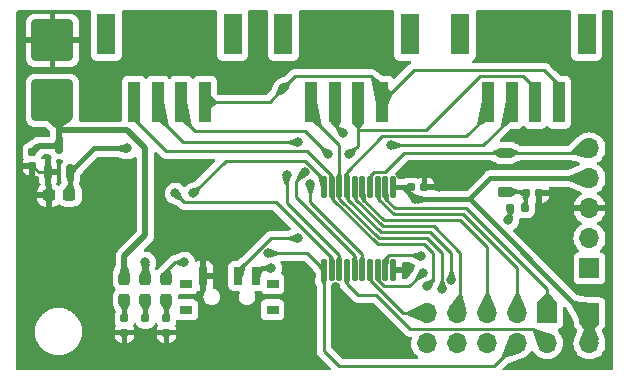
<source format=gbr>
%TF.GenerationSoftware,KiCad,Pcbnew,7.0.7*%
%TF.CreationDate,2024-05-24T10:30:38-07:00*%
%TF.ProjectId,Pinky,50696e6b-792e-46b6-9963-61645f706362,rev?*%
%TF.SameCoordinates,Original*%
%TF.FileFunction,Copper,L1,Top*%
%TF.FilePolarity,Positive*%
%FSLAX46Y46*%
G04 Gerber Fmt 4.6, Leading zero omitted, Abs format (unit mm)*
G04 Created by KiCad (PCBNEW 7.0.7) date 2024-05-24 10:30:38*
%MOMM*%
%LPD*%
G01*
G04 APERTURE LIST*
G04 Aperture macros list*
%AMRoundRect*
0 Rectangle with rounded corners*
0 $1 Rounding radius*
0 $2 $3 $4 $5 $6 $7 $8 $9 X,Y pos of 4 corners*
0 Add a 4 corners polygon primitive as box body*
4,1,4,$2,$3,$4,$5,$6,$7,$8,$9,$2,$3,0*
0 Add four circle primitives for the rounded corners*
1,1,$1+$1,$2,$3*
1,1,$1+$1,$4,$5*
1,1,$1+$1,$6,$7*
1,1,$1+$1,$8,$9*
0 Add four rect primitives between the rounded corners*
20,1,$1+$1,$2,$3,$4,$5,0*
20,1,$1+$1,$4,$5,$6,$7,0*
20,1,$1+$1,$6,$7,$8,$9,0*
20,1,$1+$1,$8,$9,$2,$3,0*%
G04 Aperture macros list end*
%TA.AperFunction,SMDPad,CuDef*%
%ADD10R,0.990600X3.505200*%
%TD*%
%TA.AperFunction,SMDPad,CuDef*%
%ADD11R,1.600200X3.505200*%
%TD*%
%TA.AperFunction,SMDPad,CuDef*%
%ADD12R,1.000000X0.800000*%
%TD*%
%TA.AperFunction,SMDPad,CuDef*%
%ADD13R,0.700000X1.500000*%
%TD*%
%TA.AperFunction,SMDPad,CuDef*%
%ADD14RoundRect,0.125000X-0.125000X0.825000X-0.125000X-0.825000X0.125000X-0.825000X0.125000X0.825000X0*%
%TD*%
%TA.AperFunction,SMDPad,CuDef*%
%ADD15RoundRect,0.155000X-0.212500X-0.155000X0.212500X-0.155000X0.212500X0.155000X-0.212500X0.155000X0*%
%TD*%
%TA.AperFunction,SMDPad,CuDef*%
%ADD16RoundRect,0.155000X-0.155000X0.212500X-0.155000X-0.212500X0.155000X-0.212500X0.155000X0.212500X0*%
%TD*%
%TA.AperFunction,ComponentPad*%
%ADD17RoundRect,0.250002X-1.499998X-1.499998X1.499998X-1.499998X1.499998X1.499998X-1.499998X1.499998X0*%
%TD*%
%TA.AperFunction,ComponentPad*%
%ADD18R,1.700000X1.700000*%
%TD*%
%TA.AperFunction,ComponentPad*%
%ADD19O,1.700000X1.700000*%
%TD*%
%TA.AperFunction,SMDPad,CuDef*%
%ADD20RoundRect,0.237500X0.300000X0.237500X-0.300000X0.237500X-0.300000X-0.237500X0.300000X-0.237500X0*%
%TD*%
%TA.AperFunction,SMDPad,CuDef*%
%ADD21RoundRect,0.150000X0.150000X-0.512500X0.150000X0.512500X-0.150000X0.512500X-0.150000X-0.512500X0*%
%TD*%
%TA.AperFunction,SMDPad,CuDef*%
%ADD22RoundRect,0.160000X0.160000X-0.197500X0.160000X0.197500X-0.160000X0.197500X-0.160000X-0.197500X0*%
%TD*%
%TA.AperFunction,SMDPad,CuDef*%
%ADD23RoundRect,0.237500X0.237500X-0.287500X0.237500X0.287500X-0.237500X0.287500X-0.237500X-0.287500X0*%
%TD*%
%TA.AperFunction,SMDPad,CuDef*%
%ADD24RoundRect,0.160000X-0.197500X-0.160000X0.197500X-0.160000X0.197500X0.160000X-0.197500X0.160000X0*%
%TD*%
%TA.AperFunction,SMDPad,CuDef*%
%ADD25RoundRect,0.225000X-0.375000X0.225000X-0.375000X-0.225000X0.375000X-0.225000X0.375000X0.225000X0*%
%TD*%
%TA.AperFunction,ViaPad*%
%ADD26C,0.800000*%
%TD*%
%TA.AperFunction,Conductor*%
%ADD27C,0.250000*%
%TD*%
%TA.AperFunction,Conductor*%
%ADD28C,0.508000*%
%TD*%
%TA.AperFunction,Conductor*%
%ADD29C,0.381000*%
%TD*%
G04 APERTURE END LIST*
D10*
%TO.P,J6,1,Pin_1*%
%TO.N,SCK*%
X140413999Y-74064701D03*
%TO.P,J6,2,Pin_2*%
%TO.N,SDO*%
X138414001Y-74064701D03*
%TO.P,J6,3,Pin_3*%
%TO.N,SDI*%
X136414000Y-74064701D03*
%TO.P,J6,4,Pin_4*%
%TO.N,SPI_2*%
X134414001Y-74064701D03*
D11*
%TO.P,J6,5*%
%TO.N,N/C*%
X132064001Y-68314699D03*
%TO.P,J6,6*%
X142764000Y-68314699D03*
%TD*%
D12*
%TO.P,SW1,*%
%TO.N,*%
X138844000Y-89423000D03*
X138844000Y-91633000D03*
X146144000Y-89423000D03*
X146144000Y-91633000D03*
D13*
%TO.P,SW1,1,A*%
%TO.N,GND*%
X140244000Y-88773000D03*
%TO.P,SW1,2,B*%
%TO.N,Net-(SW1-B)*%
X143244000Y-88773000D03*
%TO.P,SW1,3,C*%
%TO.N,5V*%
X144744000Y-88773000D03*
%TD*%
D14*
%TO.P,IC1,1,VDD*%
%TO.N,5V*%
X156341000Y-81280000D03*
%TO.P,IC1,2,RA5*%
%TO.N,GPIO_0*%
X155691000Y-81280000D03*
%TO.P,IC1,3,RA4*%
%TO.N,GPIO_1*%
X155041000Y-81280000D03*
%TO.P,IC1,4,~{MCLR}/VPP/RA3*%
%TO.N,Net-(D1-K)*%
X154391000Y-81280000D03*
%TO.P,IC1,5,RC5*%
%TO.N,GPIO_2*%
X153741000Y-81280000D03*
%TO.P,IC1,6,RC4*%
%TO.N,GPIO_3*%
X153091000Y-81280000D03*
%TO.P,IC1,7,RC3*%
%TO.N,SPI_0*%
X152441000Y-81280000D03*
%TO.P,IC1,8,RC6*%
%TO.N,SPI_1*%
X151791000Y-81280000D03*
%TO.P,IC1,9,RC7*%
%TO.N,SPI_2*%
X151141000Y-81280000D03*
%TO.P,IC1,10,RB7*%
%TO.N,TX*%
X150491000Y-81280000D03*
%TO.P,IC1,11,RB6*%
%TO.N,GPIO_6*%
X150491000Y-88280000D03*
%TO.P,IC1,12,RB5*%
%TO.N,RX*%
X151141000Y-88280000D03*
%TO.P,IC1,13,RB4*%
%TO.N,SCK*%
X151791000Y-88280000D03*
%TO.P,IC1,14,RC2*%
%TO.N,GPIO_5*%
X152441000Y-88280000D03*
%TO.P,IC1,15,RC1*%
%TO.N,SDO*%
X153091000Y-88280000D03*
%TO.P,IC1,16,RC0*%
%TO.N,SDI*%
X153741000Y-88280000D03*
%TO.P,IC1,17,RA2*%
%TO.N,GPIO_4*%
X154391000Y-88280000D03*
%TO.P,IC1,18,RA1/ICSPCLK*%
%TO.N,Net-(IC1-RA1{slash}ICSPCLK)*%
X155041000Y-88280000D03*
%TO.P,IC1,19,RA0/ICSPDAT*%
%TO.N,Net-(IC1-RA0{slash}ICSPDAT)*%
X155691000Y-88280000D03*
%TO.P,IC1,20,VSS*%
%TO.N,GND*%
X156341000Y-88280000D03*
%TD*%
D15*
%TO.P,C2,1*%
%TO.N,Net-(D1-A)*%
X167580500Y-81788000D03*
%TO.P,C2,2*%
%TO.N,GND*%
X168715500Y-81788000D03*
%TD*%
D16*
%TO.P,C_in1,1*%
%TO.N,PWR*%
X125796000Y-78305000D03*
%TO.P,C_in1,2*%
%TO.N,GND*%
X125796000Y-79440000D03*
%TD*%
D10*
%TO.P,J4,1,Pin_1*%
%TO.N,SCK*%
X170386000Y-74064701D03*
%TO.P,J4,2,Pin_2*%
%TO.N,SDO*%
X168386002Y-74064701D03*
%TO.P,J4,3,Pin_3*%
%TO.N,SDI*%
X166386001Y-74064701D03*
%TO.P,J4,4,Pin_4*%
%TO.N,SPI_0*%
X164386002Y-74064701D03*
D11*
%TO.P,J4,5*%
%TO.N,N/C*%
X162036002Y-68314699D03*
%TO.P,J4,6*%
X172736001Y-68314699D03*
%TD*%
D17*
%TO.P,J2,1,Pin_1*%
%TO.N,GND*%
X127508000Y-68834000D03*
%TD*%
D18*
%TO.P,J3,1,Pin_1*%
%TO.N,Net-(IC1-RA1{slash}ICSPCLK)*%
X172974000Y-88138000D03*
D19*
%TO.P,J3,2,Pin_2*%
%TO.N,Net-(IC1-RA0{slash}ICSPDAT)*%
X172974000Y-85598000D03*
%TO.P,J3,3,Pin_3*%
%TO.N,GND*%
X172974000Y-83058000D03*
%TO.P,J3,4,Pin_4*%
%TO.N,5V*%
X172974000Y-80518000D03*
%TO.P,J3,5,Pin_5*%
%TO.N,Net-(D1-K)*%
X172974000Y-77978000D03*
%TD*%
D20*
%TO.P,C_out2,1*%
%TO.N,5V*%
X128944500Y-81920500D03*
%TO.P,C_out2,2*%
%TO.N,GND*%
X127219500Y-81920500D03*
%TD*%
D21*
%TO.P,IC2,1,GND*%
%TO.N,GND*%
X127132000Y-80010000D03*
%TO.P,IC2,2,VOUT*%
%TO.N,5V*%
X129032000Y-80010000D03*
%TO.P,IC2,3,VIN*%
%TO.N,PWR*%
X128082000Y-77735000D03*
%TD*%
D22*
%TO.P,R6,1*%
%TO.N,GND*%
X133604000Y-93561500D03*
%TO.P,R6,2*%
%TO.N,Net-(D3-K)*%
X133604000Y-92366500D03*
%TD*%
%TO.P,R7,1*%
%TO.N,GND*%
X135382000Y-93561500D03*
%TO.P,R7,2*%
%TO.N,Net-(D4-K)*%
X135382000Y-92366500D03*
%TD*%
D23*
%TO.P,D3,1,K*%
%TO.N,Net-(D3-K)*%
X133604000Y-90791000D03*
%TO.P,D3,2,A*%
%TO.N,PWR*%
X133604000Y-89041000D03*
%TD*%
D18*
%TO.P,J11,1,Pin_1*%
%TO.N,GND*%
X153162000Y-94488000D03*
D19*
%TO.P,J11,2,Pin_2*%
X155702000Y-94488000D03*
%TD*%
D10*
%TO.P,J5,1,Pin_1*%
%TO.N,SCK*%
X155400000Y-74064701D03*
%TO.P,J5,2,Pin_2*%
%TO.N,SDO*%
X153400002Y-74064701D03*
%TO.P,J5,3,Pin_3*%
%TO.N,SDI*%
X151400001Y-74064701D03*
%TO.P,J5,4,Pin_4*%
%TO.N,SPI_1*%
X149400002Y-74064701D03*
D11*
%TO.P,J5,5*%
%TO.N,N/C*%
X147050002Y-68314699D03*
%TO.P,J5,6*%
X157750001Y-68314699D03*
%TD*%
D23*
%TO.P,D4,1,K*%
%TO.N,Net-(D4-K)*%
X135382000Y-90791000D03*
%TO.P,D4,2,A*%
%TO.N,5V*%
X135382000Y-89041000D03*
%TD*%
D17*
%TO.P,J1,1,Pin_1*%
%TO.N,PWR*%
X127508000Y-73914000D03*
%TD*%
D23*
%TO.P,D2,1,K*%
%TO.N,Net-(D2-K)*%
X137160000Y-90791000D03*
%TO.P,D2,2,A*%
%TO.N,GPIO_6*%
X137160000Y-89041000D03*
%TD*%
D15*
%TO.P,C1,1*%
%TO.N,5V*%
X157869000Y-81280000D03*
%TO.P,C1,2*%
%TO.N,GND*%
X159004000Y-81280000D03*
%TD*%
D24*
%TO.P,R1,1*%
%TO.N,Net-(SW1-B)*%
X166280500Y-83058000D03*
%TO.P,R1,2*%
%TO.N,Net-(D1-A)*%
X167475500Y-83058000D03*
%TD*%
D18*
%TO.P,J10,1,Pin_1*%
%TO.N,5V*%
X172974000Y-91948000D03*
D19*
%TO.P,J10,2,Pin_2*%
X172974000Y-94488000D03*
%TD*%
D25*
%TO.P,D1,1,K*%
%TO.N,Net-(D1-K)*%
X165862000Y-78360000D03*
%TO.P,D1,2,A*%
%TO.N,Net-(D1-A)*%
X165862000Y-81660000D03*
%TD*%
D22*
%TO.P,R2,1*%
%TO.N,GND*%
X137160000Y-93561500D03*
%TO.P,R2,2*%
%TO.N,Net-(D2-K)*%
X137160000Y-92366500D03*
%TD*%
D18*
%TO.P,J7,1,Pin_1*%
%TO.N,GPIO_0*%
X169388000Y-91928000D03*
D19*
%TO.P,J7,2,Pin_2*%
%TO.N,GPIO_5*%
X169388000Y-94468000D03*
%TO.P,J7,3,Pin_3*%
%TO.N,GPIO_1*%
X166848000Y-91928000D03*
%TO.P,J7,4,Pin_4*%
%TO.N,GPIO_6*%
X166848000Y-94468000D03*
%TO.P,J7,5,Pin_5*%
%TO.N,GPIO_2*%
X164308000Y-91928000D03*
%TO.P,J7,6,Pin_6*%
%TO.N,SPI_0*%
X164308000Y-94468000D03*
%TO.P,J7,7,Pin_7*%
%TO.N,GPIO_3*%
X161768000Y-91928000D03*
%TO.P,J7,8,Pin_8*%
%TO.N,SPI_1*%
X161768000Y-94468000D03*
%TO.P,J7,9,Pin_9*%
%TO.N,GPIO_4*%
X159228000Y-91928000D03*
%TO.P,J7,10,Pin_10*%
%TO.N,SPI_2*%
X159228000Y-94468000D03*
%TD*%
D26*
%TO.N,GND*%
X160274000Y-81280000D03*
X132588000Y-81280000D03*
X157681442Y-88204118D03*
%TO.N,5V*%
X158242000Y-82296000D03*
X146050004Y-88138000D03*
X135382000Y-87630000D03*
X133858000Y-77978000D03*
%TO.N,GPIO_6*%
X145796000Y-86868000D03*
X138684000Y-87630000D03*
%TO.N,SPI_0*%
X161290000Y-89154000D03*
%TO.N,SPI_1*%
X160528000Y-89916000D03*
%TO.N,SPI_2*%
X159258000Y-89662000D03*
%TO.N,TX*%
X139446000Y-81788000D03*
%TO.N,RX*%
X137922000Y-81788000D03*
%TO.N,SCK*%
X147066000Y-72898000D03*
X147348500Y-80264000D03*
%TO.N,SDO*%
X150876000Y-78486000D03*
X152654000Y-78486000D03*
X148848693Y-80005307D03*
%TO.N,SDI*%
X149352000Y-81026000D03*
X152146000Y-76708000D03*
X156209996Y-77724000D03*
X148336006Y-77470000D03*
%TO.N,Net-(IC1-RA1{slash}ICSPCLK)*%
X158877000Y-88519000D03*
%TO.N,Net-(IC1-RA0{slash}ICSPDAT)*%
X158750000Y-87122000D03*
%TO.N,Net-(SW1-B)*%
X166116000Y-84074000D03*
X148336000Y-85598000D03*
%TD*%
D27*
%TO.N,GND*%
X126366000Y-80010000D02*
X125796000Y-79440000D01*
X127132000Y-80010000D02*
X126366000Y-80010000D01*
X159004000Y-81280000D02*
X160274000Y-81280000D01*
X127132000Y-80010000D02*
X127132000Y-81833000D01*
X137160000Y-93561500D02*
X138907750Y-93561500D01*
X156341000Y-88280000D02*
X157605560Y-88280000D01*
X157605560Y-88280000D02*
X157681442Y-88204118D01*
X133604000Y-93561500D02*
X132334000Y-93561500D01*
X133604000Y-93561500D02*
X137160000Y-93561500D01*
X127132000Y-81833000D02*
X127219500Y-81920500D01*
%TO.N,Net-(D1-A)*%
X167580500Y-82953000D02*
X167475500Y-83058000D01*
X167580500Y-81788000D02*
X167452500Y-81660000D01*
X167580500Y-81788000D02*
X167580500Y-82953000D01*
X167452500Y-81660000D02*
X165862000Y-81660000D01*
D28*
%TO.N,PWR*%
X135382000Y-77978000D02*
X133858000Y-76454000D01*
X135382000Y-85344000D02*
X135382000Y-77978000D01*
X126366000Y-77735000D02*
X125796000Y-78305000D01*
X133858000Y-76454000D02*
X128082000Y-76454000D01*
X133604000Y-89041000D02*
X133604000Y-87122000D01*
X127508000Y-73914000D02*
X128082000Y-74488000D01*
X133604000Y-87122000D02*
X135382000Y-85344000D01*
X128082000Y-77735000D02*
X126366000Y-77735000D01*
X128082000Y-74488000D02*
X128082000Y-76454000D01*
X128082000Y-76454000D02*
X128082000Y-77735000D01*
D29*
%TO.N,5V*%
X164592000Y-80518000D02*
X162814000Y-82296000D01*
X144744000Y-88773000D02*
X144744000Y-88682000D01*
X172491000Y-91968000D02*
X162819000Y-82296000D01*
X129032000Y-80010000D02*
X129032000Y-81833000D01*
X131064000Y-77978000D02*
X133858000Y-77978000D01*
X156341000Y-81280000D02*
X157226000Y-81280000D01*
X157226000Y-81280000D02*
X158242000Y-82296000D01*
X162814000Y-82296000D02*
X160274000Y-82296000D01*
X129032000Y-80010000D02*
X131064000Y-77978000D01*
X172974000Y-91948000D02*
X172974000Y-94488000D01*
X162819000Y-82296000D02*
X160274000Y-82296000D01*
X145288000Y-88138000D02*
X146050004Y-88138000D01*
X135382000Y-89041000D02*
X135382000Y-87630000D01*
X157226000Y-81280000D02*
X157869000Y-81280000D01*
X172974000Y-80518000D02*
X164592000Y-80518000D01*
X144744000Y-88682000D02*
X145288000Y-88138000D01*
X160274000Y-82296000D02*
X158242000Y-82296000D01*
X172974000Y-91968000D02*
X172491000Y-91968000D01*
X129032000Y-81833000D02*
X128944500Y-81920500D01*
D27*
%TO.N,Net-(D1-K)*%
X155666000Y-80005000D02*
X154729604Y-80005000D01*
X154391000Y-80343604D02*
X154391000Y-81280000D01*
X165862000Y-78360000D02*
X157311000Y-78360000D01*
X172592000Y-78360000D02*
X165862000Y-78360000D01*
X172974000Y-77978000D02*
X172592000Y-78360000D01*
X157311000Y-78360000D02*
X155666000Y-80005000D01*
X154729604Y-80005000D02*
X154391000Y-80343604D01*
%TO.N,Net-(D2-K)*%
X137160000Y-90791000D02*
X137160000Y-92366500D01*
%TO.N,GPIO_6*%
X151777000Y-96405000D02*
X164911000Y-96405000D01*
X150491000Y-88280000D02*
X150491000Y-95119000D01*
X150491000Y-95119000D02*
X151777000Y-96405000D01*
X149079000Y-86868000D02*
X145796000Y-86868000D01*
X137922000Y-87630000D02*
X137160000Y-88392000D01*
X164911000Y-96405000D02*
X166848000Y-94468000D01*
X137160000Y-88392000D02*
X137160000Y-89041000D01*
X138684000Y-87630000D02*
X137922000Y-87630000D01*
X150491000Y-88280000D02*
X149079000Y-86868000D01*
%TO.N,Net-(D3-K)*%
X133604000Y-90791000D02*
X133604000Y-92366500D01*
%TO.N,Net-(D4-K)*%
X135382000Y-90791000D02*
X135382000Y-92366500D01*
%TO.N,GPIO_0*%
X156532604Y-83058000D02*
X162560000Y-83058000D01*
X155691000Y-82216396D02*
X156532604Y-83058000D01*
X162560000Y-83058000D02*
X169388000Y-89886000D01*
X155691000Y-81280000D02*
X155691000Y-82216396D01*
X169388000Y-89886000D02*
X169388000Y-91928000D01*
%TO.N,GPIO_1*%
X155041000Y-81280000D02*
X155041000Y-82216396D01*
X156390604Y-83566000D02*
X162306000Y-83566000D01*
X155041000Y-82216396D02*
X156390604Y-83566000D01*
X162306000Y-83566000D02*
X166848000Y-88108000D01*
X166848000Y-88108000D02*
X166848000Y-91928000D01*
%TO.N,GPIO_2*%
X155598604Y-84074000D02*
X162052000Y-84074000D01*
X153741000Y-82216396D02*
X155598604Y-84074000D01*
X162052000Y-84074000D02*
X164308000Y-86330000D01*
X153741000Y-81280000D02*
X153741000Y-82216396D01*
X164308000Y-86330000D02*
X164308000Y-91928000D01*
%TO.N,GPIO_3*%
X155456604Y-84582000D02*
X159770302Y-84582000D01*
X162052000Y-91644000D02*
X161768000Y-91928000D01*
X153091000Y-81280000D02*
X153091000Y-82216396D01*
X153091000Y-82216396D02*
X155456604Y-84582000D01*
X162052000Y-86863698D02*
X162052000Y-91644000D01*
X159770302Y-84582000D02*
X162052000Y-86863698D01*
%TO.N,SPI_0*%
X152441000Y-81280000D02*
X152441000Y-82216396D01*
X155448000Y-76962000D02*
X152441000Y-79969000D01*
X159512000Y-85090000D02*
X161290000Y-86868000D01*
X164386002Y-75135998D02*
X162560000Y-76962000D01*
X164386002Y-74064701D02*
X164386002Y-75135998D01*
X152441000Y-82216396D02*
X155314604Y-85090000D01*
X161290000Y-86868000D02*
X161290000Y-89154000D01*
X155314604Y-85090000D02*
X159512000Y-85090000D01*
X152441000Y-79969000D02*
X152441000Y-81280000D01*
X162560000Y-76962000D02*
X155448000Y-76962000D01*
%TO.N,SPI_1*%
X159258000Y-85598000D02*
X155172604Y-85598000D01*
X149400002Y-74064701D02*
X149400002Y-75322001D01*
X160528000Y-89916000D02*
X160528000Y-86868000D01*
X160528000Y-86868000D02*
X159258000Y-85598000D01*
X149400002Y-75322001D02*
X151791000Y-77712999D01*
X151791000Y-77712999D02*
X151791000Y-81280000D01*
X155172604Y-85598000D02*
X151791000Y-82216396D01*
X151791000Y-82216396D02*
X151791000Y-81280000D01*
%TO.N,SPI_2*%
X151141000Y-81280000D02*
X151141000Y-82216396D01*
X151141000Y-80275000D02*
X149098000Y-78232000D01*
X134414001Y-75486001D02*
X134414001Y-74064701D01*
X137160000Y-78232000D02*
X134414001Y-75486001D01*
X149098000Y-78232000D02*
X137160000Y-78232000D01*
X159729000Y-86831000D02*
X159729000Y-89191000D01*
X159729000Y-89191000D02*
X159258000Y-89662000D01*
X151141000Y-82216396D02*
X155030604Y-86106000D01*
X159004000Y-86106000D02*
X159729000Y-86831000D01*
X155030604Y-86106000D02*
X159004000Y-86106000D01*
X151141000Y-80275000D02*
X151141000Y-81280000D01*
%TO.N,TX*%
X150491000Y-81280000D02*
X150491000Y-80622341D01*
X142207677Y-79026323D02*
X139446000Y-81788000D01*
X150491000Y-80622341D02*
X148894982Y-79026323D01*
X148894982Y-79026323D02*
X142207677Y-79026323D01*
%TO.N,RX*%
X138684000Y-82550000D02*
X137922000Y-81788000D01*
X151141000Y-87275354D02*
X146415646Y-82550000D01*
X146415646Y-82550000D02*
X138684000Y-82550000D01*
X151141000Y-88280000D02*
X151141000Y-87275354D01*
%TO.N,SCK*%
X158090701Y-71374000D02*
X169164000Y-71374000D01*
X170386000Y-72596000D02*
X170386000Y-74064701D01*
X148082000Y-71882000D02*
X147066000Y-72898000D01*
X151791000Y-87021000D02*
X147348500Y-82578500D01*
X147348500Y-82578500D02*
X147348500Y-80264000D01*
X169164000Y-71374000D02*
X170386000Y-72596000D01*
X154474599Y-71882000D02*
X148082000Y-71882000D01*
X155400000Y-74064701D02*
X155400000Y-72807401D01*
X145899299Y-74064701D02*
X147066000Y-72898000D01*
X155400000Y-74064701D02*
X158090701Y-71374000D01*
X155400000Y-72807401D02*
X154474599Y-71882000D01*
X140413999Y-74064701D02*
X145899299Y-74064701D01*
X151791000Y-88280000D02*
X151791000Y-87021000D01*
%TO.N,GPIO_5*%
X152441000Y-89449000D02*
X152441000Y-88280000D01*
X154940000Y-90424000D02*
X153416000Y-90424000D01*
X169388000Y-94468000D02*
X168213000Y-93293000D01*
X153416000Y-90424000D02*
X152441000Y-89449000D01*
X157809000Y-93293000D02*
X154940000Y-90424000D01*
X168213000Y-93293000D02*
X157809000Y-93293000D01*
%TO.N,SDO*%
X138414001Y-74064701D02*
X138414001Y-75322001D01*
X153400002Y-76454000D02*
X153400002Y-77739998D01*
X153091000Y-88280000D02*
X153091000Y-87051000D01*
X153400002Y-77739998D02*
X152654000Y-78486000D01*
X148881000Y-76491000D02*
X150876000Y-78486000D01*
X153091000Y-87051000D02*
X148119000Y-82079000D01*
X148119000Y-80735000D02*
X148848693Y-80005307D01*
X138414001Y-75322001D02*
X139583000Y-76491000D01*
X159098803Y-76454000D02*
X163670803Y-71882000D01*
X153400002Y-76454000D02*
X159098803Y-76454000D01*
X139583000Y-76491000D02*
X148881000Y-76491000D01*
X167386000Y-71882000D02*
X168386002Y-72882002D01*
X168386002Y-72882002D02*
X168386002Y-74064701D01*
X148119000Y-82079000D02*
X148119000Y-80735000D01*
X153400002Y-74064701D02*
X153400002Y-76454000D01*
X163670803Y-71882000D02*
X167386000Y-71882000D01*
%TO.N,SDI*%
X136414000Y-75322001D02*
X138561999Y-77470000D01*
X136414000Y-74064701D02*
X136414000Y-75322001D01*
X163984002Y-77724000D02*
X156209996Y-77724000D01*
X151400001Y-74064701D02*
X151400001Y-75962001D01*
X149352000Y-82550000D02*
X149352000Y-81026000D01*
X166386001Y-74064701D02*
X166386001Y-75322001D01*
X138561999Y-77470000D02*
X148336006Y-77470000D01*
X153741000Y-88280000D02*
X153741000Y-86939000D01*
X153741000Y-86939000D02*
X149352000Y-82550000D01*
X151400001Y-75962001D02*
X152146000Y-76708000D01*
X166386001Y-75322001D02*
X163984002Y-77724000D01*
%TO.N,GPIO_4*%
X154391000Y-89113000D02*
X154391000Y-88280000D01*
X157206000Y-91928000D02*
X154391000Y-89113000D01*
X159228000Y-91928000D02*
X157206000Y-91928000D01*
%TO.N,Net-(IC1-RA1{slash}ICSPCLK)*%
X155576396Y-89662000D02*
X157734000Y-89662000D01*
X155041000Y-88280000D02*
X155041000Y-89126604D01*
X157734000Y-89662000D02*
X158877000Y-88519000D01*
X155041000Y-89126604D02*
X155576396Y-89662000D01*
%TO.N,Net-(IC1-RA0{slash}ICSPDAT)*%
X155691000Y-87343604D02*
X156029604Y-87005000D01*
X156029604Y-87005000D02*
X158633000Y-87005000D01*
X155691000Y-88280000D02*
X155691000Y-87343604D01*
X158633000Y-87005000D02*
X158750000Y-87122000D01*
%TO.N,Net-(SW1-B)*%
X143244000Y-88773000D02*
X143244000Y-88373000D01*
X146019000Y-85598000D02*
X148336000Y-85598000D01*
X143244000Y-88373000D02*
X146019000Y-85598000D01*
X166280500Y-83909500D02*
X166116000Y-84074000D01*
X166280500Y-83058000D02*
X166280500Y-83909500D01*
%TD*%
%TA.AperFunction,Conductor*%
%TO.N,GND*%
G36*
X130717975Y-66314185D02*
G01*
X130763730Y-66366989D01*
X130773674Y-66436147D01*
X130770929Y-66446907D01*
X130771594Y-66447064D01*
X130769809Y-66454615D01*
X130763402Y-66514215D01*
X130763402Y-66514222D01*
X130763401Y-66514234D01*
X130763401Y-70115169D01*
X130763402Y-70115175D01*
X130769809Y-70174782D01*
X130820103Y-70309627D01*
X130820107Y-70309634D01*
X130906353Y-70424843D01*
X130906356Y-70424846D01*
X131021565Y-70511092D01*
X131021572Y-70511096D01*
X131156418Y-70561390D01*
X131156417Y-70561390D01*
X131163345Y-70562134D01*
X131216028Y-70567799D01*
X132911973Y-70567798D01*
X132971584Y-70561390D01*
X133106432Y-70511095D01*
X133221647Y-70424845D01*
X133307897Y-70309630D01*
X133358192Y-70174782D01*
X133364601Y-70115172D01*
X133364600Y-66514227D01*
X133358192Y-66454616D01*
X133358191Y-66454614D01*
X133358191Y-66454611D01*
X133356409Y-66447068D01*
X133359764Y-66446275D01*
X133355910Y-66392096D01*
X133389418Y-66330786D01*
X133450754Y-66297324D01*
X133477066Y-66294500D01*
X141350935Y-66294500D01*
X141417974Y-66314185D01*
X141463729Y-66366989D01*
X141473673Y-66436147D01*
X141470928Y-66446907D01*
X141471593Y-66447064D01*
X141469808Y-66454615D01*
X141463401Y-66514215D01*
X141463401Y-66514222D01*
X141463400Y-66514234D01*
X141463400Y-70115169D01*
X141463401Y-70115175D01*
X141469808Y-70174782D01*
X141520102Y-70309627D01*
X141520106Y-70309634D01*
X141606352Y-70424843D01*
X141606355Y-70424846D01*
X141721564Y-70511092D01*
X141721571Y-70511096D01*
X141856417Y-70561390D01*
X141856416Y-70561390D01*
X141863344Y-70562134D01*
X141916027Y-70567799D01*
X143611972Y-70567798D01*
X143671583Y-70561390D01*
X143806431Y-70511095D01*
X143921646Y-70424845D01*
X144007896Y-70309630D01*
X144058191Y-70174782D01*
X144064600Y-70115172D01*
X144064599Y-66514227D01*
X144058191Y-66454616D01*
X144058190Y-66454614D01*
X144058190Y-66454611D01*
X144056408Y-66447068D01*
X144059763Y-66446275D01*
X144055909Y-66392096D01*
X144089417Y-66330786D01*
X144150753Y-66297324D01*
X144177065Y-66294500D01*
X145636937Y-66294500D01*
X145703976Y-66314185D01*
X145749731Y-66366989D01*
X145759675Y-66436147D01*
X145756930Y-66446907D01*
X145757595Y-66447064D01*
X145755810Y-66454615D01*
X145749403Y-66514215D01*
X145749403Y-66514222D01*
X145749402Y-66514234D01*
X145749402Y-70115169D01*
X145749403Y-70115175D01*
X145755810Y-70174782D01*
X145806104Y-70309627D01*
X145806108Y-70309634D01*
X145892354Y-70424843D01*
X145892357Y-70424846D01*
X146007566Y-70511092D01*
X146007573Y-70511096D01*
X146142419Y-70561390D01*
X146142418Y-70561390D01*
X146149346Y-70562134D01*
X146202029Y-70567799D01*
X147897974Y-70567798D01*
X147957585Y-70561390D01*
X148092433Y-70511095D01*
X148207648Y-70424845D01*
X148293898Y-70309630D01*
X148344193Y-70174782D01*
X148350602Y-70115172D01*
X148350601Y-66514227D01*
X148344193Y-66454616D01*
X148344192Y-66454614D01*
X148344192Y-66454611D01*
X148342410Y-66447068D01*
X148345765Y-66446275D01*
X148341911Y-66392096D01*
X148375419Y-66330786D01*
X148436755Y-66297324D01*
X148463067Y-66294500D01*
X156336936Y-66294500D01*
X156403975Y-66314185D01*
X156449730Y-66366989D01*
X156459674Y-66436147D01*
X156456929Y-66446907D01*
X156457594Y-66447064D01*
X156455809Y-66454615D01*
X156449402Y-66514215D01*
X156449402Y-66514222D01*
X156449401Y-66514234D01*
X156449401Y-70115169D01*
X156449402Y-70115175D01*
X156455809Y-70174782D01*
X156506103Y-70309627D01*
X156506107Y-70309634D01*
X156592353Y-70424843D01*
X156592356Y-70424846D01*
X156707565Y-70511092D01*
X156707572Y-70511096D01*
X156842418Y-70561390D01*
X156842417Y-70561390D01*
X156849345Y-70562134D01*
X156902028Y-70567799D01*
X157771867Y-70567798D01*
X157838905Y-70587482D01*
X157884660Y-70640286D01*
X157894604Y-70709445D01*
X157865579Y-70773001D01*
X157834984Y-70798532D01*
X157823069Y-70805578D01*
X157805606Y-70814133D01*
X157786975Y-70821510D01*
X157786963Y-70821517D01*
X157749271Y-70848902D01*
X157744388Y-70852109D01*
X157704281Y-70875829D01*
X157690115Y-70889995D01*
X157675325Y-70902627D01*
X157659115Y-70914404D01*
X157659112Y-70914407D01*
X157629411Y-70950309D01*
X157625478Y-70954631D01*
X156513596Y-72066513D01*
X156452273Y-72099998D01*
X156382581Y-72095014D01*
X156326650Y-72053144D01*
X156252846Y-71954555D01*
X156230009Y-71937459D01*
X156137635Y-71868307D01*
X156137628Y-71868303D01*
X156002782Y-71818009D01*
X156002783Y-71818009D01*
X155943183Y-71811602D01*
X155943181Y-71811601D01*
X155943173Y-71811601D01*
X155943165Y-71811601D01*
X155445312Y-71811601D01*
X155378273Y-71791916D01*
X155371039Y-71786896D01*
X155355512Y-71775282D01*
X155206073Y-71663500D01*
X154961079Y-71480243D01*
X154955769Y-71475788D01*
X154939555Y-71460562D01*
X154909963Y-71432773D01*
X154899518Y-71422328D01*
X154889074Y-71411883D01*
X154883585Y-71407625D01*
X154879160Y-71403847D01*
X154845181Y-71371938D01*
X154845179Y-71371936D01*
X154845176Y-71371935D01*
X154827628Y-71362288D01*
X154811362Y-71351604D01*
X154795532Y-71339325D01*
X154752767Y-71320818D01*
X154747521Y-71318248D01*
X154706692Y-71295803D01*
X154706691Y-71295802D01*
X154687292Y-71290822D01*
X154668880Y-71284518D01*
X154650497Y-71276562D01*
X154650491Y-71276560D01*
X154604473Y-71269272D01*
X154598751Y-71268087D01*
X154553620Y-71256500D01*
X154553618Y-71256500D01*
X154533583Y-71256500D01*
X154514185Y-71254973D01*
X154506761Y-71253797D01*
X154494404Y-71251840D01*
X154494403Y-71251840D01*
X154448015Y-71256225D01*
X154442177Y-71256500D01*
X148164743Y-71256500D01*
X148149122Y-71254775D01*
X148149096Y-71255061D01*
X148141334Y-71254327D01*
X148141333Y-71254327D01*
X148072186Y-71256500D01*
X148042649Y-71256500D01*
X148035766Y-71257369D01*
X148029949Y-71257826D01*
X147983373Y-71259290D01*
X147964129Y-71264881D01*
X147945079Y-71268825D01*
X147925211Y-71271334D01*
X147881884Y-71288488D01*
X147876358Y-71290379D01*
X147831614Y-71303379D01*
X147831610Y-71303381D01*
X147814366Y-71313579D01*
X147796905Y-71322133D01*
X147778274Y-71329510D01*
X147778262Y-71329517D01*
X147740570Y-71356902D01*
X147735687Y-71360109D01*
X147695580Y-71383829D01*
X147681414Y-71397995D01*
X147666624Y-71410627D01*
X147650414Y-71422404D01*
X147650411Y-71422407D01*
X147620710Y-71458309D01*
X147616777Y-71462631D01*
X147280071Y-71799337D01*
X147243403Y-71824677D01*
X147025733Y-71922924D01*
X146715277Y-72063052D01*
X146715268Y-72063056D01*
X146674536Y-72083705D01*
X146669610Y-72086816D01*
X146669294Y-72086316D01*
X146652200Y-72096515D01*
X146613271Y-72113847D01*
X146613267Y-72113849D01*
X146460129Y-72225111D01*
X146333465Y-72365785D01*
X146238820Y-72529716D01*
X146236179Y-72535648D01*
X146236027Y-72535580D01*
X146232765Y-72543196D01*
X146232873Y-72543245D01*
X146231052Y-72547277D01*
X146231052Y-72547279D01*
X146181950Y-72656067D01*
X145992680Y-73075399D01*
X145967340Y-73112067D01*
X145676525Y-73402883D01*
X145615205Y-73436367D01*
X145588846Y-73439201D01*
X141620588Y-73439201D01*
X141553549Y-73419516D01*
X141546339Y-73414514D01*
X141459549Y-73349627D01*
X141417643Y-73293719D01*
X141409798Y-73250314D01*
X141409798Y-72264230D01*
X141409797Y-72264224D01*
X141409796Y-72264217D01*
X141403390Y-72204618D01*
X141399614Y-72194495D01*
X141353096Y-72069772D01*
X141353092Y-72069765D01*
X141266846Y-71954556D01*
X141266843Y-71954553D01*
X141151634Y-71868307D01*
X141151627Y-71868303D01*
X141016781Y-71818009D01*
X141016782Y-71818009D01*
X140957182Y-71811602D01*
X140957180Y-71811601D01*
X140957172Y-71811601D01*
X140957163Y-71811601D01*
X139870828Y-71811601D01*
X139870822Y-71811602D01*
X139811215Y-71818009D01*
X139676370Y-71868303D01*
X139676363Y-71868307D01*
X139561154Y-71954553D01*
X139513266Y-72018523D01*
X139457332Y-72060393D01*
X139387640Y-72065377D01*
X139326317Y-72031891D01*
X139314734Y-72018523D01*
X139290229Y-71985789D01*
X139266847Y-71954555D01*
X139266845Y-71954554D01*
X139266845Y-71954553D01*
X139151636Y-71868307D01*
X139151629Y-71868303D01*
X139016783Y-71818009D01*
X139016784Y-71818009D01*
X138957184Y-71811602D01*
X138957182Y-71811601D01*
X138957174Y-71811601D01*
X138957165Y-71811601D01*
X137870830Y-71811601D01*
X137870824Y-71811602D01*
X137811217Y-71818009D01*
X137676372Y-71868303D01*
X137676365Y-71868307D01*
X137561156Y-71954553D01*
X137513266Y-72018525D01*
X137457331Y-72060396D01*
X137387640Y-72065379D01*
X137326317Y-72031893D01*
X137314734Y-72018524D01*
X137266847Y-71954556D01*
X137266844Y-71954553D01*
X137151635Y-71868307D01*
X137151628Y-71868303D01*
X137016782Y-71818009D01*
X137016783Y-71818009D01*
X136957183Y-71811602D01*
X136957181Y-71811601D01*
X136957173Y-71811601D01*
X136957164Y-71811601D01*
X135870829Y-71811601D01*
X135870823Y-71811602D01*
X135811216Y-71818009D01*
X135676371Y-71868303D01*
X135676364Y-71868307D01*
X135561155Y-71954553D01*
X135513266Y-72018524D01*
X135457332Y-72060395D01*
X135387640Y-72065378D01*
X135326317Y-72031892D01*
X135314733Y-72018523D01*
X135302614Y-72002334D01*
X135266847Y-71954555D01*
X135244010Y-71937459D01*
X135151636Y-71868307D01*
X135151629Y-71868303D01*
X135016783Y-71818009D01*
X135016784Y-71818009D01*
X134957184Y-71811602D01*
X134957182Y-71811601D01*
X134957174Y-71811601D01*
X134957165Y-71811601D01*
X133870830Y-71811601D01*
X133870824Y-71811602D01*
X133811217Y-71818009D01*
X133676372Y-71868303D01*
X133676365Y-71868307D01*
X133561156Y-71954553D01*
X133561153Y-71954556D01*
X133474907Y-72069765D01*
X133474903Y-72069772D01*
X133424609Y-72204618D01*
X133418526Y-72261201D01*
X133418201Y-72264228D01*
X133418201Y-73980636D01*
X133418202Y-75575500D01*
X133398517Y-75642539D01*
X133345713Y-75688294D01*
X133294202Y-75699500D01*
X129871755Y-75699500D01*
X129804716Y-75679815D01*
X129758961Y-75627011D01*
X129748397Y-75562897D01*
X129758499Y-75464014D01*
X129758500Y-75464007D01*
X129758499Y-72363994D01*
X129747999Y-72261204D01*
X129692814Y-72094667D01*
X129600711Y-71945345D01*
X129476655Y-71821289D01*
X129327333Y-71729186D01*
X129160796Y-71674001D01*
X129160794Y-71674000D01*
X129058008Y-71663500D01*
X125958000Y-71663500D01*
X125957983Y-71663501D01*
X125855204Y-71674000D01*
X125855201Y-71674001D01*
X125688669Y-71729185D01*
X125688664Y-71729187D01*
X125539343Y-71821290D01*
X125415290Y-71945343D01*
X125323187Y-72094664D01*
X125323185Y-72094669D01*
X125307784Y-72141147D01*
X125268001Y-72261204D01*
X125268001Y-72261205D01*
X125268000Y-72261205D01*
X125257500Y-72363985D01*
X125257500Y-75463999D01*
X125257501Y-75464016D01*
X125268000Y-75566795D01*
X125268001Y-75566798D01*
X125311975Y-75699500D01*
X125323186Y-75733333D01*
X125415289Y-75882655D01*
X125539345Y-76006711D01*
X125688667Y-76098814D01*
X125855204Y-76153999D01*
X125957993Y-76164500D01*
X126772290Y-76164499D01*
X126839329Y-76184183D01*
X126850268Y-76192086D01*
X127281478Y-76540843D01*
X127321224Y-76598306D01*
X127327500Y-76637256D01*
X127327500Y-76702528D01*
X127324468Y-76727184D01*
X127324810Y-76727244D01*
X127324046Y-76731607D01*
X127309991Y-76869109D01*
X127283592Y-76933800D01*
X127226408Y-76973948D01*
X127186634Y-76980500D01*
X126430000Y-76980500D01*
X126412031Y-76979191D01*
X126388091Y-76975684D01*
X126348019Y-76979191D01*
X126335751Y-76980264D01*
X126330351Y-76980500D01*
X126322053Y-76980500D01*
X126289325Y-76984325D01*
X126212387Y-76991056D01*
X126205321Y-76992516D01*
X126205310Y-76992464D01*
X126197831Y-76994122D01*
X126197844Y-76994174D01*
X126190817Y-76995839D01*
X126118254Y-77022250D01*
X126044962Y-77046536D01*
X126038421Y-77049587D01*
X126038398Y-77049539D01*
X126031505Y-77052876D01*
X126031529Y-77052923D01*
X126025075Y-77056164D01*
X125960563Y-77098594D01*
X125894846Y-77139128D01*
X125889180Y-77143609D01*
X125889148Y-77143568D01*
X125883209Y-77148406D01*
X125883243Y-77148446D01*
X125877716Y-77153083D01*
X125824733Y-77209241D01*
X125820792Y-77213181D01*
X125802280Y-77227528D01*
X125802656Y-77228072D01*
X125799016Y-77230583D01*
X125556969Y-77424482D01*
X125514038Y-77446781D01*
X125378604Y-77486128D01*
X125378601Y-77486129D01*
X125236049Y-77570434D01*
X125236040Y-77570441D01*
X125118941Y-77687540D01*
X125118934Y-77687549D01*
X125034629Y-77830101D01*
X125034628Y-77830104D01*
X124988424Y-77989137D01*
X124988423Y-77989143D01*
X124985500Y-78026295D01*
X124985501Y-78583702D01*
X124988423Y-78620854D01*
X124988423Y-78620857D01*
X124988424Y-78620858D01*
X125034630Y-78779900D01*
X125043170Y-78794341D01*
X125052354Y-78809869D01*
X125069537Y-78877592D01*
X125052356Y-78936109D01*
X125035093Y-78965300D01*
X125035091Y-78965304D01*
X124988922Y-79124216D01*
X124988921Y-79124222D01*
X124986000Y-79161348D01*
X124985999Y-79189999D01*
X124986000Y-79190000D01*
X125922000Y-79190000D01*
X125989039Y-79209685D01*
X126034794Y-79262489D01*
X126046000Y-79314000D01*
X126046000Y-80305228D01*
X126046001Y-80305229D01*
X126054275Y-80304579D01*
X126054282Y-80304577D01*
X126173405Y-80269969D01*
X126243274Y-80270168D01*
X126301944Y-80308110D01*
X126330788Y-80371748D01*
X126332000Y-80389045D01*
X126332000Y-80588144D01*
X126334899Y-80624989D01*
X126334900Y-80624995D01*
X126380716Y-80782693D01*
X126380717Y-80782696D01*
X126464314Y-80924052D01*
X126469100Y-80930222D01*
X126467429Y-80931517D01*
X126495688Y-80983251D01*
X126490714Y-81052944D01*
X126462208Y-81097308D01*
X126337052Y-81222465D01*
X126246551Y-81369188D01*
X126246546Y-81369199D01*
X126192319Y-81532847D01*
X126182000Y-81633845D01*
X126182000Y-81670500D01*
X126969499Y-81670500D01*
X126969499Y-81212500D01*
X126954326Y-81197326D01*
X126938961Y-81192815D01*
X126893206Y-81140011D01*
X126882000Y-81088500D01*
X126882000Y-78850203D01*
X126879508Y-78850400D01*
X126721902Y-78896189D01*
X126652032Y-78895989D01*
X126593362Y-78858047D01*
X126564519Y-78794408D01*
X126568231Y-78742517D01*
X126594657Y-78651559D01*
X126618139Y-78607175D01*
X126636343Y-78585142D01*
X126678165Y-78534520D01*
X126736039Y-78495376D01*
X126773759Y-78489500D01*
X127248647Y-78489500D01*
X127315686Y-78509185D01*
X127355379Y-78550379D01*
X127413917Y-78649362D01*
X127418702Y-78655531D01*
X127417018Y-78656836D01*
X127445246Y-78708531D01*
X127440262Y-78778223D01*
X127408234Y-78825961D01*
X127382000Y-78850202D01*
X127382000Y-79760000D01*
X127932000Y-79760000D01*
X127932000Y-79431856D01*
X127929100Y-79395010D01*
X127929099Y-79395004D01*
X127883283Y-79237306D01*
X127883282Y-79237303D01*
X127795712Y-79089229D01*
X127797433Y-79088211D01*
X127775743Y-79032955D01*
X127789428Y-78964438D01*
X127837983Y-78914197D01*
X127899258Y-78898000D01*
X128264105Y-78898000D01*
X128331144Y-78917685D01*
X128376899Y-78970489D01*
X128386843Y-79039647D01*
X128366328Y-79087996D01*
X128367890Y-79088920D01*
X128280255Y-79237103D01*
X128280254Y-79237106D01*
X128234402Y-79394926D01*
X128234401Y-79394932D01*
X128231500Y-79431804D01*
X128231500Y-80588196D01*
X128234401Y-80625067D01*
X128234402Y-80625073D01*
X128248703Y-80674294D01*
X128252982Y-80696258D01*
X128254045Y-80706645D01*
X128254046Y-80706649D01*
X128273044Y-80782696D01*
X128285035Y-80830691D01*
X128282186Y-80900503D01*
X128269251Y-80927467D01*
X128172177Y-81079534D01*
X128119513Y-81125450D01*
X128050385Y-81135604D01*
X127986741Y-81106773D01*
X127980070Y-81100580D01*
X127980037Y-81100554D01*
X127874997Y-81035764D01*
X127828273Y-80983816D01*
X127817052Y-80914853D01*
X127833363Y-80867104D01*
X127883284Y-80782693D01*
X127929099Y-80624995D01*
X127929100Y-80624989D01*
X127932000Y-80588144D01*
X127932000Y-80260000D01*
X127382000Y-80260000D01*
X127382000Y-80905500D01*
X127397173Y-80920673D01*
X127412539Y-80925185D01*
X127458294Y-80977989D01*
X127469500Y-81029500D01*
X127469500Y-82895499D01*
X127568640Y-82895499D01*
X127568654Y-82895498D01*
X127669652Y-82885180D01*
X127833300Y-82830953D01*
X127833311Y-82830948D01*
X127980035Y-82740447D01*
X127993960Y-82726521D01*
X128055282Y-82693033D01*
X128124973Y-82698014D01*
X128169327Y-82726517D01*
X128183650Y-82740840D01*
X128330484Y-82831408D01*
X128494247Y-82885674D01*
X128595323Y-82896000D01*
X129293676Y-82895999D01*
X129293684Y-82895998D01*
X129293687Y-82895998D01*
X129349030Y-82890344D01*
X129394753Y-82885674D01*
X129558516Y-82831408D01*
X129705350Y-82740840D01*
X129827340Y-82618850D01*
X129917908Y-82472016D01*
X129972174Y-82308253D01*
X129982500Y-82207177D01*
X129982499Y-81633824D01*
X129972174Y-81532747D01*
X129917908Y-81368984D01*
X129917193Y-81367824D01*
X129906859Y-81346884D01*
X129765594Y-80976128D01*
X129760120Y-80906475D01*
X129761159Y-80901958D01*
X129809953Y-80706652D01*
X129814537Y-80685084D01*
X129818540Y-80666253D01*
X129818671Y-80666280D01*
X129821151Y-80654140D01*
X129829598Y-80625069D01*
X129832437Y-80589000D01*
X129832500Y-80588196D01*
X129832500Y-80337907D01*
X129852185Y-80270868D01*
X129854467Y-80267442D01*
X130078088Y-79943977D01*
X130092390Y-79926830D01*
X131313902Y-78705319D01*
X131375226Y-78671834D01*
X131401584Y-78669000D01*
X132954432Y-78669000D01*
X132987507Y-78673492D01*
X133556442Y-78830958D01*
X133573792Y-78837182D01*
X133578197Y-78839144D01*
X133763354Y-78878500D01*
X133763355Y-78878500D01*
X133952644Y-78878500D01*
X133952646Y-78878500D01*
X134137803Y-78839144D01*
X134310730Y-78762151D01*
X134384532Y-78708531D01*
X134430615Y-78675050D01*
X134496421Y-78651570D01*
X134564475Y-78667395D01*
X134613170Y-78717501D01*
X134627500Y-78775368D01*
X134627500Y-84980113D01*
X134607815Y-85047152D01*
X134591181Y-85067794D01*
X133115742Y-86543232D01*
X133102113Y-86555011D01*
X133082706Y-86569459D01*
X133048939Y-86609700D01*
X133045295Y-86613678D01*
X133039419Y-86619555D01*
X133018972Y-86645414D01*
X132969334Y-86704570D01*
X132965366Y-86710605D01*
X132965322Y-86710576D01*
X132961209Y-86717031D01*
X132961254Y-86717059D01*
X132957459Y-86723211D01*
X132924827Y-86793191D01*
X132890176Y-86862188D01*
X132887704Y-86868979D01*
X132887655Y-86868961D01*
X132885141Y-86876193D01*
X132885191Y-86876210D01*
X132882920Y-86883062D01*
X132867304Y-86958688D01*
X132849498Y-87033818D01*
X132848661Y-87040987D01*
X132848607Y-87040980D01*
X132847830Y-87048596D01*
X132847883Y-87048601D01*
X132847253Y-87055790D01*
X132849500Y-87132981D01*
X132849500Y-87925531D01*
X132843378Y-87964011D01*
X132669001Y-88498182D01*
X132660920Y-88535452D01*
X132659180Y-88541819D01*
X132638826Y-88603243D01*
X132628500Y-88704315D01*
X132628500Y-89377669D01*
X132628501Y-89377687D01*
X132638825Y-89478752D01*
X132669336Y-89570827D01*
X132693092Y-89642516D01*
X132774048Y-89773767D01*
X132783661Y-89789351D01*
X132822629Y-89828319D01*
X132856114Y-89889642D01*
X132851130Y-89959334D01*
X132822629Y-90003681D01*
X132783661Y-90042648D01*
X132693093Y-90189481D01*
X132693091Y-90189486D01*
X132684807Y-90214486D01*
X132638826Y-90353247D01*
X132638826Y-90353248D01*
X132638825Y-90353248D01*
X132628500Y-90454315D01*
X132628500Y-91127669D01*
X132628501Y-91127687D01*
X132638825Y-91228752D01*
X132693093Y-91392518D01*
X132698650Y-91401528D01*
X132702519Y-91408853D01*
X132705661Y-91415906D01*
X132829397Y-91647636D01*
X132864978Y-91714270D01*
X132879191Y-91782679D01*
X132869238Y-91822288D01*
X132836393Y-91897524D01*
X132836392Y-91897526D01*
X132834493Y-91903949D01*
X132829371Y-91921267D01*
X132789548Y-92049067D01*
X132786659Y-92080864D01*
X132783500Y-92115621D01*
X132783500Y-92617388D01*
X132789546Y-92683926D01*
X132789548Y-92683933D01*
X132837265Y-92837066D01*
X132837267Y-92837070D01*
X132875511Y-92900334D01*
X132893347Y-92967889D01*
X132875512Y-93028632D01*
X132837724Y-93091141D01*
X132790043Y-93244156D01*
X132784000Y-93310662D01*
X132784000Y-93311500D01*
X134424000Y-93311500D01*
X134424000Y-93310662D01*
X134417956Y-93244156D01*
X134370275Y-93091140D01*
X134332488Y-93028633D01*
X134314652Y-92961078D01*
X134332488Y-92900334D01*
X134370733Y-92837069D01*
X134374614Y-92824611D01*
X134413351Y-92766465D01*
X134477376Y-92738490D01*
X134546362Y-92749571D01*
X134598405Y-92796189D01*
X134611384Y-92824609D01*
X134613653Y-92831890D01*
X134615267Y-92837070D01*
X134698242Y-92974329D01*
X134698246Y-92974334D01*
X134811665Y-93087753D01*
X134811670Y-93087757D01*
X134948929Y-93170732D01*
X134948933Y-93170734D01*
X134999725Y-93186561D01*
X135102067Y-93218452D01*
X135168619Y-93224500D01*
X135595380Y-93224499D01*
X135595388Y-93224499D01*
X135661926Y-93218453D01*
X135661927Y-93218452D01*
X135661933Y-93218452D01*
X135815069Y-93170733D01*
X135905594Y-93116009D01*
X135952329Y-93087757D01*
X135952330Y-93087755D01*
X135952335Y-93087753D01*
X136065753Y-92974335D01*
X136068341Y-92970055D01*
X136119466Y-92885482D01*
X136148733Y-92837069D01*
X136152614Y-92824611D01*
X136191351Y-92766465D01*
X136255376Y-92738490D01*
X136324362Y-92749571D01*
X136376405Y-92796189D01*
X136389384Y-92824609D01*
X136391653Y-92831890D01*
X136393267Y-92837070D01*
X136431511Y-92900334D01*
X136449347Y-92967889D01*
X136431512Y-93028632D01*
X136393724Y-93091141D01*
X136346043Y-93244156D01*
X136340000Y-93310662D01*
X136340000Y-93311500D01*
X137980000Y-93311500D01*
X137980000Y-93310662D01*
X137973956Y-93244156D01*
X137926275Y-93091140D01*
X137888488Y-93028633D01*
X137870652Y-92961078D01*
X137888488Y-92900334D01*
X137926733Y-92837069D01*
X137974452Y-92683933D01*
X137980500Y-92617381D01*
X137980499Y-92610204D01*
X138000177Y-92543167D01*
X138052976Y-92497407D01*
X138122134Y-92487456D01*
X138147832Y-92494014D01*
X138236517Y-92527091D01*
X138236516Y-92527091D01*
X138243444Y-92527835D01*
X138296127Y-92533500D01*
X139391872Y-92533499D01*
X139451483Y-92527091D01*
X139586331Y-92476796D01*
X139701546Y-92390546D01*
X139787796Y-92275331D01*
X139838091Y-92140483D01*
X139844500Y-92080873D01*
X139844500Y-92080870D01*
X145143500Y-92080870D01*
X145143501Y-92080876D01*
X145149908Y-92140483D01*
X145200202Y-92275328D01*
X145200206Y-92275335D01*
X145286452Y-92390544D01*
X145286455Y-92390547D01*
X145401664Y-92476793D01*
X145401671Y-92476797D01*
X145536517Y-92527091D01*
X145536516Y-92527091D01*
X145543444Y-92527835D01*
X145596127Y-92533500D01*
X146691872Y-92533499D01*
X146751483Y-92527091D01*
X146886331Y-92476796D01*
X147001546Y-92390546D01*
X147087796Y-92275331D01*
X147138091Y-92140483D01*
X147144500Y-92080873D01*
X147144499Y-91185128D01*
X147138091Y-91125517D01*
X147112386Y-91056599D01*
X147087797Y-90990671D01*
X147087793Y-90990664D01*
X147001547Y-90875455D01*
X147001544Y-90875452D01*
X146886335Y-90789206D01*
X146886328Y-90789202D01*
X146751482Y-90738908D01*
X146751483Y-90738908D01*
X146691883Y-90732501D01*
X146691881Y-90732500D01*
X146691873Y-90732500D01*
X146691864Y-90732500D01*
X145596129Y-90732500D01*
X145596123Y-90732501D01*
X145536516Y-90738908D01*
X145401671Y-90789202D01*
X145401664Y-90789206D01*
X145286455Y-90875452D01*
X145286452Y-90875455D01*
X145200206Y-90990664D01*
X145200202Y-90990671D01*
X145149908Y-91125517D01*
X145146436Y-91157817D01*
X145143501Y-91185123D01*
X145143500Y-91185135D01*
X145143500Y-92080870D01*
X139844500Y-92080870D01*
X139844499Y-91185128D01*
X139838091Y-91125517D01*
X139812386Y-91056599D01*
X139787797Y-90990671D01*
X139787793Y-90990664D01*
X139701547Y-90875455D01*
X139701544Y-90875452D01*
X139586335Y-90789206D01*
X139586328Y-90789202D01*
X139451482Y-90738908D01*
X139451483Y-90738908D01*
X139391883Y-90732501D01*
X139391881Y-90732500D01*
X139391873Y-90732500D01*
X139391864Y-90732500D01*
X138296129Y-90732500D01*
X138296115Y-90732501D01*
X138272749Y-90735013D01*
X138203990Y-90722605D01*
X138152855Y-90674992D01*
X138137236Y-90618056D01*
X140293500Y-90618056D01*
X140301589Y-90650873D01*
X140334210Y-90783226D01*
X140413263Y-90933849D01*
X140421285Y-90942904D01*
X140526071Y-91061183D01*
X140616318Y-91123476D01*
X140666068Y-91157817D01*
X140666069Y-91157817D01*
X140666070Y-91157818D01*
X140738084Y-91185129D01*
X140789947Y-91204798D01*
X140825128Y-91218140D01*
X140901028Y-91227356D01*
X140951626Y-91233500D01*
X140951628Y-91233500D01*
X141036374Y-91233500D01*
X141084740Y-91227627D01*
X141162872Y-91218140D01*
X141321930Y-91157818D01*
X141461929Y-91061183D01*
X141574734Y-90933852D01*
X141575003Y-90933341D01*
X141626265Y-90835669D01*
X141653790Y-90783225D01*
X141694500Y-90618056D01*
X141694500Y-90447944D01*
X141653790Y-90282775D01*
X141645404Y-90266797D01*
X141574736Y-90132150D01*
X141529744Y-90081365D01*
X141461929Y-90004817D01*
X141406848Y-89966797D01*
X141321931Y-89908182D01*
X141162874Y-89847860D01*
X141155588Y-89846065D01*
X141156338Y-89843020D01*
X141105233Y-89820975D01*
X141066225Y-89763008D01*
X141064749Y-89693153D01*
X141068256Y-89682233D01*
X141087597Y-89630376D01*
X141087598Y-89630372D01*
X141093999Y-89570844D01*
X141094000Y-89570827D01*
X141094000Y-89023000D01*
X140494000Y-89023000D01*
X140494000Y-89993990D01*
X140474315Y-90061029D01*
X140462816Y-90076216D01*
X140413266Y-90132147D01*
X140413264Y-90132149D01*
X140334210Y-90282773D01*
X140308152Y-90388496D01*
X140293500Y-90447944D01*
X140293500Y-90618056D01*
X138137236Y-90618056D01*
X138135499Y-90611723D01*
X138135499Y-90454330D01*
X138135338Y-90451168D01*
X138136857Y-90451090D01*
X138148459Y-90388272D01*
X138196280Y-90337332D01*
X138264050Y-90320332D01*
X138272345Y-90320943D01*
X138296127Y-90323500D01*
X139391872Y-90323499D01*
X139451483Y-90317091D01*
X139586331Y-90266796D01*
X139701546Y-90180546D01*
X139775793Y-90081365D01*
X139782289Y-90072688D01*
X139838223Y-90030818D01*
X139881555Y-90023000D01*
X139994000Y-90023000D01*
X139994000Y-87523000D01*
X140494000Y-87523000D01*
X140494000Y-88523000D01*
X141094000Y-88523000D01*
X141094000Y-87975172D01*
X141093999Y-87975155D01*
X141087598Y-87915627D01*
X141087596Y-87915620D01*
X141037354Y-87780913D01*
X141037350Y-87780906D01*
X140951190Y-87665812D01*
X140951187Y-87665809D01*
X140836093Y-87579649D01*
X140836086Y-87579645D01*
X140701379Y-87529403D01*
X140701372Y-87529401D01*
X140641844Y-87523000D01*
X140494000Y-87523000D01*
X139994000Y-87523000D01*
X139846155Y-87523000D01*
X139786627Y-87529401D01*
X139786621Y-87529402D01*
X139736648Y-87548041D01*
X139666957Y-87553024D01*
X139605634Y-87519538D01*
X139572150Y-87458214D01*
X139569997Y-87444823D01*
X139569674Y-87441744D01*
X139511179Y-87261716D01*
X139416533Y-87097784D01*
X139289871Y-86957112D01*
X139289870Y-86957111D01*
X139136734Y-86845851D01*
X139136729Y-86845848D01*
X138963807Y-86768857D01*
X138963802Y-86768855D01*
X138795239Y-86733027D01*
X138778646Y-86729500D01*
X138589354Y-86729500D01*
X138572761Y-86733027D01*
X138404198Y-86768855D01*
X138404193Y-86768857D01*
X138361639Y-86787803D01*
X138343011Y-86794374D01*
X138322232Y-86799888D01*
X138322216Y-86799893D01*
X137855360Y-86998472D01*
X137826228Y-87006838D01*
X137823366Y-87007291D01*
X137804126Y-87012880D01*
X137785087Y-87016823D01*
X137765217Y-87019334D01*
X137765203Y-87019337D01*
X137721883Y-87036488D01*
X137716358Y-87038380D01*
X137671613Y-87051380D01*
X137671610Y-87051381D01*
X137654366Y-87061579D01*
X137636905Y-87070133D01*
X137618274Y-87077510D01*
X137618262Y-87077517D01*
X137580570Y-87104902D01*
X137575687Y-87108109D01*
X137535580Y-87131829D01*
X137521414Y-87145995D01*
X137506624Y-87158627D01*
X137490414Y-87170404D01*
X137490411Y-87170407D01*
X137460710Y-87206309D01*
X137456777Y-87210631D01*
X136993948Y-87673459D01*
X136978663Y-87686450D01*
X136961021Y-87699136D01*
X136961012Y-87699144D01*
X136497393Y-88145304D01*
X136476510Y-88161493D01*
X136461652Y-88170658D01*
X136461650Y-88170659D01*
X136392634Y-88239675D01*
X136331310Y-88273159D01*
X136261619Y-88268174D01*
X136205685Y-88226303D01*
X136190990Y-88200864D01*
X136190909Y-88200675D01*
X136189564Y-88197538D01*
X136181234Y-88128170D01*
X136184016Y-88115615D01*
X136235982Y-87927859D01*
X136241505Y-87906026D01*
X136241505Y-87906016D01*
X136242348Y-87900970D01*
X136243059Y-87901088D01*
X136246762Y-87882612D01*
X136267674Y-87818256D01*
X136287460Y-87630000D01*
X136267674Y-87441744D01*
X136209179Y-87261716D01*
X136114533Y-87097784D01*
X135987871Y-86957112D01*
X135987870Y-86957111D01*
X135834734Y-86845851D01*
X135834729Y-86845848D01*
X135661807Y-86768857D01*
X135661802Y-86768855D01*
X135493239Y-86733027D01*
X135476646Y-86729500D01*
X135362885Y-86729500D01*
X135295846Y-86709815D01*
X135250091Y-86657011D01*
X135240147Y-86587853D01*
X135269172Y-86524297D01*
X135275204Y-86517819D01*
X135569523Y-86223500D01*
X135870264Y-85922758D01*
X135883883Y-85910988D01*
X135903294Y-85896539D01*
X135937075Y-85856279D01*
X135940709Y-85852313D01*
X135946583Y-85846441D01*
X135967027Y-85820584D01*
X136016667Y-85761427D01*
X136016669Y-85761422D01*
X136020637Y-85755390D01*
X136020683Y-85755420D01*
X136024795Y-85748965D01*
X136024748Y-85748936D01*
X136028532Y-85742799D01*
X136028539Y-85742791D01*
X136061172Y-85672808D01*
X136095824Y-85603811D01*
X136095826Y-85603799D01*
X136098293Y-85597024D01*
X136098346Y-85597043D01*
X136100858Y-85589815D01*
X136100807Y-85589798D01*
X136103077Y-85582945D01*
X136103077Y-85582943D01*
X136103079Y-85582940D01*
X136118695Y-85507310D01*
X136136500Y-85432188D01*
X136136500Y-85432183D01*
X136137338Y-85425015D01*
X136137392Y-85425021D01*
X136138170Y-85417405D01*
X136138117Y-85417401D01*
X136138746Y-85410210D01*
X136137360Y-85362592D01*
X136136500Y-85333018D01*
X136136500Y-78392452D01*
X136156185Y-78325413D01*
X136208989Y-78279658D01*
X136278147Y-78269714D01*
X136341703Y-78298739D01*
X136348175Y-78304765D01*
X136532909Y-78489500D01*
X136659197Y-78615788D01*
X136669022Y-78628051D01*
X136669243Y-78627869D01*
X136674214Y-78633878D01*
X136698663Y-78656836D01*
X136724635Y-78681226D01*
X136745529Y-78702120D01*
X136751011Y-78706373D01*
X136755443Y-78710157D01*
X136789418Y-78742062D01*
X136806976Y-78751714D01*
X136823233Y-78762393D01*
X136839064Y-78774673D01*
X136858737Y-78783186D01*
X136881833Y-78793182D01*
X136887077Y-78795750D01*
X136927908Y-78818197D01*
X136940523Y-78821435D01*
X136947305Y-78823177D01*
X136965719Y-78829481D01*
X136984104Y-78837438D01*
X137030157Y-78844732D01*
X137035826Y-78845906D01*
X137080981Y-78857500D01*
X137101016Y-78857500D01*
X137120413Y-78859026D01*
X137140196Y-78862160D01*
X137186583Y-78857775D01*
X137192422Y-78857500D01*
X141192548Y-78857500D01*
X141259587Y-78877185D01*
X141305342Y-78929989D01*
X141315286Y-78999147D01*
X141286261Y-79062703D01*
X141280232Y-79069177D01*
X141006583Y-79342826D01*
X139660070Y-80689337D01*
X139623402Y-80714677D01*
X139472712Y-80782693D01*
X139095277Y-80953052D01*
X139095268Y-80953056D01*
X139054536Y-80973705D01*
X139049610Y-80976816D01*
X139049294Y-80976316D01*
X139032200Y-80986515D01*
X138993271Y-81003847D01*
X138993267Y-81003849D01*
X138840129Y-81115111D01*
X138840128Y-81115112D01*
X138776149Y-81186168D01*
X138716663Y-81222816D01*
X138646806Y-81221485D01*
X138591851Y-81186168D01*
X138527871Y-81115112D01*
X138527870Y-81115111D01*
X138374734Y-81003851D01*
X138374729Y-81003848D01*
X138201807Y-80926857D01*
X138201802Y-80926855D01*
X138056000Y-80895865D01*
X138016646Y-80887500D01*
X137827354Y-80887500D01*
X137794897Y-80894398D01*
X137642197Y-80926855D01*
X137642192Y-80926857D01*
X137469270Y-81003848D01*
X137469265Y-81003851D01*
X137316129Y-81115111D01*
X137189466Y-81255785D01*
X137094821Y-81419715D01*
X137094818Y-81419722D01*
X137041014Y-81585315D01*
X137036326Y-81599744D01*
X137016540Y-81788000D01*
X137036326Y-81976256D01*
X137036327Y-81976259D01*
X137094818Y-82156277D01*
X137094821Y-82156284D01*
X137189467Y-82320216D01*
X137263994Y-82402986D01*
X137316129Y-82460888D01*
X137469265Y-82572148D01*
X137469267Y-82572149D01*
X137469270Y-82572151D01*
X137512013Y-82591181D01*
X137534757Y-82601308D01*
X137550898Y-82609977D01*
X137571271Y-82622943D01*
X137571274Y-82622945D01*
X137571278Y-82622946D01*
X137571280Y-82622948D01*
X138099400Y-82861318D01*
X138136067Y-82886657D01*
X138183194Y-82933784D01*
X138193019Y-82946048D01*
X138193240Y-82945866D01*
X138198210Y-82951873D01*
X138198213Y-82951876D01*
X138198214Y-82951877D01*
X138248651Y-82999241D01*
X138269530Y-83020120D01*
X138275004Y-83024366D01*
X138279442Y-83028156D01*
X138313418Y-83060062D01*
X138313422Y-83060064D01*
X138330973Y-83069713D01*
X138347231Y-83080392D01*
X138363064Y-83092674D01*
X138385015Y-83102172D01*
X138405837Y-83111183D01*
X138411081Y-83113752D01*
X138451908Y-83136197D01*
X138471312Y-83141179D01*
X138489710Y-83147478D01*
X138508105Y-83155438D01*
X138554129Y-83162726D01*
X138559832Y-83163907D01*
X138604981Y-83175500D01*
X138625016Y-83175500D01*
X138644413Y-83177026D01*
X138664196Y-83180160D01*
X138710583Y-83175775D01*
X138716422Y-83175500D01*
X146105194Y-83175500D01*
X146172233Y-83195185D01*
X146192875Y-83211819D01*
X147674273Y-84693217D01*
X147707758Y-84754540D01*
X147702774Y-84824232D01*
X147660902Y-84880165D01*
X147630439Y-84896887D01*
X147451609Y-84964489D01*
X147407762Y-84972500D01*
X146101743Y-84972500D01*
X146086122Y-84970775D01*
X146086095Y-84971061D01*
X146078333Y-84970326D01*
X146009172Y-84972500D01*
X145979649Y-84972500D01*
X145972778Y-84973367D01*
X145966959Y-84973825D01*
X145920374Y-84975289D01*
X145920368Y-84975290D01*
X145901126Y-84980880D01*
X145882087Y-84984823D01*
X145862217Y-84987334D01*
X145862203Y-84987337D01*
X145818883Y-85004488D01*
X145813358Y-85006380D01*
X145768613Y-85019380D01*
X145768610Y-85019381D01*
X145751366Y-85029579D01*
X145733905Y-85038133D01*
X145715274Y-85045510D01*
X145715262Y-85045517D01*
X145677570Y-85072902D01*
X145672687Y-85076109D01*
X145632580Y-85099829D01*
X145618414Y-85113995D01*
X145603624Y-85126627D01*
X145587414Y-85138404D01*
X145587411Y-85138407D01*
X145557710Y-85174309D01*
X145553777Y-85178631D01*
X143457038Y-87275369D01*
X143441661Y-87288426D01*
X143147945Y-87499238D01*
X143082004Y-87522337D01*
X143075642Y-87522500D01*
X142846130Y-87522500D01*
X142846123Y-87522501D01*
X142786516Y-87528908D01*
X142651671Y-87579202D01*
X142651664Y-87579206D01*
X142536455Y-87665452D01*
X142536452Y-87665455D01*
X142450206Y-87780664D01*
X142450202Y-87780671D01*
X142399908Y-87915517D01*
X142393501Y-87975116D01*
X142393500Y-87975135D01*
X142393500Y-89570870D01*
X142393501Y-89570876D01*
X142399908Y-89630483D01*
X142450202Y-89765328D01*
X142450206Y-89765335D01*
X142536452Y-89880544D01*
X142536455Y-89880547D01*
X142651664Y-89966793D01*
X142651671Y-89966797D01*
X142696618Y-89983560D01*
X142786517Y-90017091D01*
X142846127Y-90023500D01*
X143265168Y-90023499D01*
X143332206Y-90043183D01*
X143377961Y-90095987D01*
X143387905Y-90165146D01*
X143374964Y-90205124D01*
X143334209Y-90282774D01*
X143296028Y-90437689D01*
X143293500Y-90447944D01*
X143293500Y-90618056D01*
X143301589Y-90650873D01*
X143334210Y-90783226D01*
X143413263Y-90933849D01*
X143421285Y-90942904D01*
X143526071Y-91061183D01*
X143616318Y-91123476D01*
X143666068Y-91157817D01*
X143666069Y-91157817D01*
X143666070Y-91157818D01*
X143738084Y-91185129D01*
X143789947Y-91204798D01*
X143825128Y-91218140D01*
X143901028Y-91227356D01*
X143951626Y-91233500D01*
X143951628Y-91233500D01*
X144036374Y-91233500D01*
X144084740Y-91227627D01*
X144162872Y-91218140D01*
X144321930Y-91157818D01*
X144461929Y-91061183D01*
X144574734Y-90933852D01*
X144575003Y-90933341D01*
X144626265Y-90835669D01*
X144653790Y-90783225D01*
X144694500Y-90618056D01*
X144694500Y-90447944D01*
X144653790Y-90282775D01*
X144645404Y-90266797D01*
X144613036Y-90205125D01*
X144599310Y-90136617D01*
X144624802Y-90071564D01*
X144681418Y-90030619D01*
X144722832Y-90023499D01*
X145106819Y-90023499D01*
X145173858Y-90043184D01*
X145206085Y-90073188D01*
X145286452Y-90180544D01*
X145286455Y-90180547D01*
X145401664Y-90266793D01*
X145401671Y-90266797D01*
X145536517Y-90317091D01*
X145536516Y-90317091D01*
X145543444Y-90317835D01*
X145596127Y-90323500D01*
X146691872Y-90323499D01*
X146751483Y-90317091D01*
X146886331Y-90266796D01*
X147001546Y-90180546D01*
X147087796Y-90065331D01*
X147138091Y-89930483D01*
X147144500Y-89870873D01*
X147144499Y-88975128D01*
X147138091Y-88915517D01*
X147115926Y-88856090D01*
X147087797Y-88780671D01*
X147087793Y-88780664D01*
X147001547Y-88665455D01*
X146930958Y-88612611D01*
X146889088Y-88556677D01*
X146884104Y-88486985D01*
X146887339Y-88475027D01*
X146893833Y-88455041D01*
X146935678Y-88326256D01*
X146955464Y-88138000D01*
X146935678Y-87949744D01*
X146877183Y-87769716D01*
X146829693Y-87687461D01*
X146825097Y-87679500D01*
X146808624Y-87611599D01*
X146831477Y-87545573D01*
X146886398Y-87502382D01*
X146932484Y-87493500D01*
X148768548Y-87493500D01*
X148835587Y-87513185D01*
X148856229Y-87529819D01*
X149552982Y-88226572D01*
X149571630Y-88250455D01*
X149596947Y-88292650D01*
X149802364Y-88635011D01*
X149810807Y-88648590D01*
X149810808Y-88648591D01*
X149813729Y-88652551D01*
X149812049Y-88653790D01*
X149837489Y-88709331D01*
X149834326Y-88760018D01*
X149807887Y-88856090D01*
X149764108Y-89015169D01*
X149762030Y-89023000D01*
X149761723Y-89024155D01*
X149761721Y-89024166D01*
X149746304Y-89167204D01*
X149746553Y-89174203D01*
X149746965Y-89183445D01*
X149775062Y-89324556D01*
X149775062Y-89324557D01*
X149858429Y-89560729D01*
X149865500Y-89602004D01*
X149865500Y-95036255D01*
X149863775Y-95051872D01*
X149864061Y-95051899D01*
X149863326Y-95059665D01*
X149865500Y-95128814D01*
X149865500Y-95158343D01*
X149865501Y-95158360D01*
X149866368Y-95165231D01*
X149866826Y-95171050D01*
X149868290Y-95217624D01*
X149868291Y-95217627D01*
X149873880Y-95236867D01*
X149877824Y-95255911D01*
X149880336Y-95275792D01*
X149888481Y-95296365D01*
X149897490Y-95319119D01*
X149899382Y-95324647D01*
X149912381Y-95369388D01*
X149922580Y-95386634D01*
X149931138Y-95404103D01*
X149938514Y-95422732D01*
X149965898Y-95460423D01*
X149969106Y-95465307D01*
X149992827Y-95505416D01*
X149992833Y-95505424D01*
X150006990Y-95519580D01*
X150019628Y-95534376D01*
X150031405Y-95550586D01*
X150031406Y-95550587D01*
X150067309Y-95580288D01*
X150071620Y-95584210D01*
X150679185Y-96191775D01*
X151049229Y-96561819D01*
X151082714Y-96623142D01*
X151077730Y-96692834D01*
X151035858Y-96748767D01*
X150970394Y-96773184D01*
X150961548Y-96773500D01*
X124584500Y-96773500D01*
X124517461Y-96753815D01*
X124471706Y-96701011D01*
X124460500Y-96649500D01*
X124460500Y-93472000D01*
X126010390Y-93472000D01*
X126017745Y-93574844D01*
X126018390Y-93583853D01*
X126018548Y-93588277D01*
X126018548Y-93614861D01*
X126022331Y-93641172D01*
X126022804Y-93645574D01*
X126030804Y-93757428D01*
X126030805Y-93757435D01*
X126054637Y-93866988D01*
X126055423Y-93871346D01*
X126059206Y-93897666D01*
X126066698Y-93923181D01*
X126067793Y-93927471D01*
X126091630Y-94037046D01*
X126091631Y-94037048D01*
X126130819Y-94142118D01*
X126132217Y-94146317D01*
X126139705Y-94171816D01*
X126150746Y-94195994D01*
X126152440Y-94200084D01*
X126191632Y-94305159D01*
X126191635Y-94305166D01*
X126245363Y-94403561D01*
X126247345Y-94407521D01*
X126258394Y-94431717D01*
X126272772Y-94454088D01*
X126275031Y-94457895D01*
X126317751Y-94536129D01*
X126328772Y-94556312D01*
X126328776Y-94556318D01*
X126395976Y-94646086D01*
X126398498Y-94649719D01*
X126412873Y-94672086D01*
X126423493Y-94684343D01*
X126430284Y-94692180D01*
X126433055Y-94695619D01*
X126500261Y-94785395D01*
X126579557Y-94864691D01*
X126582562Y-94867919D01*
X126599978Y-94888018D01*
X126599980Y-94888020D01*
X126616122Y-94902007D01*
X126620078Y-94905435D01*
X126623304Y-94908438D01*
X126702605Y-94987739D01*
X126792404Y-95054961D01*
X126795815Y-95057711D01*
X126815911Y-95075126D01*
X126833905Y-95086689D01*
X126838266Y-95089492D01*
X126838276Y-95089498D01*
X126841914Y-95092024D01*
X126931682Y-95159224D01*
X126931690Y-95159229D01*
X127030102Y-95212966D01*
X127033910Y-95215225D01*
X127056286Y-95229606D01*
X127080479Y-95240654D01*
X127084431Y-95242632D01*
X127182839Y-95296367D01*
X127287914Y-95335558D01*
X127291993Y-95337247D01*
X127316179Y-95348293D01*
X127341691Y-95355784D01*
X127345872Y-95357175D01*
X127450954Y-95396369D01*
X127560554Y-95420211D01*
X127564788Y-95421291D01*
X127590326Y-95428790D01*
X127590331Y-95428790D01*
X127590339Y-95428793D01*
X127616655Y-95432576D01*
X127620982Y-95433356D01*
X127730572Y-95457196D01*
X127842450Y-95465197D01*
X127846795Y-95465664D01*
X127873139Y-95469452D01*
X127873146Y-95469452D01*
X127899721Y-95469452D01*
X127904143Y-95469609D01*
X127953344Y-95473128D01*
X128015999Y-95477610D01*
X128016000Y-95477610D01*
X128016001Y-95477610D01*
X128078655Y-95473128D01*
X128127856Y-95469609D01*
X128132279Y-95469452D01*
X128158854Y-95469452D01*
X128158861Y-95469452D01*
X128185219Y-95465662D01*
X128189516Y-95465200D01*
X128301428Y-95457196D01*
X128411012Y-95433357D01*
X128415345Y-95432576D01*
X128441671Y-95428791D01*
X128455326Y-95424781D01*
X128467191Y-95421297D01*
X128471438Y-95420212D01*
X128581046Y-95396369D01*
X128686124Y-95357177D01*
X128690291Y-95355789D01*
X128715821Y-95348293D01*
X128740020Y-95337241D01*
X128744056Y-95335569D01*
X128849161Y-95296367D01*
X128947568Y-95242632D01*
X128951514Y-95240657D01*
X128975708Y-95229608D01*
X128975716Y-95229602D01*
X128975722Y-95229600D01*
X128998104Y-95215215D01*
X129001872Y-95212979D01*
X129100315Y-95159226D01*
X129190120Y-95091998D01*
X129193697Y-95089515D01*
X129216086Y-95075127D01*
X129236208Y-95057690D01*
X129239591Y-95054965D01*
X129329395Y-94987739D01*
X129408703Y-94908430D01*
X129411915Y-94905440D01*
X129432020Y-94888020D01*
X129449456Y-94867896D01*
X129452428Y-94864705D01*
X129531739Y-94785395D01*
X129598965Y-94695591D01*
X129601690Y-94692208D01*
X129619127Y-94672086D01*
X129633507Y-94649709D01*
X129636008Y-94646107D01*
X129703226Y-94556315D01*
X129756979Y-94457872D01*
X129759215Y-94454104D01*
X129773600Y-94431722D01*
X129773602Y-94431716D01*
X129773608Y-94431708D01*
X129784657Y-94407514D01*
X129786636Y-94403561D01*
X129840367Y-94305161D01*
X129879569Y-94200056D01*
X129881241Y-94196020D01*
X129892293Y-94171821D01*
X129899789Y-94146291D01*
X129901177Y-94142124D01*
X129904758Y-94132522D01*
X129940369Y-94037046D01*
X129964212Y-93927438D01*
X129965298Y-93923189D01*
X129966227Y-93920027D01*
X129972790Y-93897674D01*
X129972789Y-93897674D01*
X129972791Y-93897671D01*
X129976576Y-93871345D01*
X129977357Y-93867012D01*
X129989433Y-93811500D01*
X132784000Y-93811500D01*
X132784000Y-93812337D01*
X132790043Y-93878843D01*
X132837724Y-94031859D01*
X132837726Y-94031863D01*
X132920639Y-94169019D01*
X132920642Y-94169023D01*
X133033976Y-94282357D01*
X133033980Y-94282360D01*
X133171136Y-94365273D01*
X133171138Y-94365274D01*
X133324155Y-94412956D01*
X133324161Y-94412958D01*
X133353999Y-94415668D01*
X133354000Y-94415668D01*
X133354000Y-93811500D01*
X133854000Y-93811500D01*
X133854000Y-94415668D01*
X133883838Y-94412958D01*
X133883844Y-94412956D01*
X134036861Y-94365274D01*
X134036863Y-94365273D01*
X134174019Y-94282360D01*
X134174023Y-94282357D01*
X134287357Y-94169023D01*
X134287360Y-94169019D01*
X134370273Y-94031863D01*
X134370275Y-94031859D01*
X134417956Y-93878843D01*
X134424000Y-93812337D01*
X134424000Y-93811500D01*
X136340000Y-93811500D01*
X136340000Y-93812337D01*
X136346043Y-93878843D01*
X136393724Y-94031859D01*
X136393726Y-94031863D01*
X136476639Y-94169019D01*
X136476642Y-94169023D01*
X136589976Y-94282357D01*
X136589980Y-94282360D01*
X136727136Y-94365273D01*
X136727138Y-94365274D01*
X136880155Y-94412956D01*
X136880161Y-94412958D01*
X136909999Y-94415668D01*
X136910000Y-94415668D01*
X136910000Y-93811500D01*
X137410000Y-93811500D01*
X137410000Y-94415668D01*
X137439838Y-94412958D01*
X137439844Y-94412956D01*
X137592861Y-94365274D01*
X137592863Y-94365273D01*
X137730019Y-94282360D01*
X137730023Y-94282357D01*
X137843357Y-94169023D01*
X137843360Y-94169019D01*
X137926273Y-94031863D01*
X137926275Y-94031859D01*
X137973956Y-93878843D01*
X137980000Y-93812337D01*
X137980000Y-93811500D01*
X137410000Y-93811500D01*
X136910000Y-93811500D01*
X136340000Y-93811500D01*
X134424000Y-93811500D01*
X133854000Y-93811500D01*
X133354000Y-93811500D01*
X132784000Y-93811500D01*
X129989433Y-93811500D01*
X130001196Y-93757428D01*
X130009198Y-93645540D01*
X130009666Y-93641192D01*
X130013452Y-93614861D01*
X130014107Y-93578105D01*
X130014250Y-93574901D01*
X130021610Y-93472000D01*
X130014250Y-93369102D01*
X130014107Y-93365890D01*
X130013452Y-93329139D01*
X130009663Y-93302789D01*
X130009197Y-93298450D01*
X130001196Y-93186572D01*
X129977356Y-93076982D01*
X129976576Y-93072655D01*
X129972793Y-93046339D01*
X129972790Y-93046331D01*
X129972790Y-93046326D01*
X129965291Y-93020788D01*
X129964211Y-93016554D01*
X129940369Y-92906954D01*
X129901175Y-92801872D01*
X129899782Y-92797684D01*
X129892293Y-92772179D01*
X129881246Y-92747989D01*
X129879558Y-92743914D01*
X129877535Y-92738490D01*
X129840367Y-92638839D01*
X129786632Y-92540431D01*
X129784654Y-92536479D01*
X129773606Y-92512286D01*
X129759225Y-92489910D01*
X129756966Y-92486102D01*
X129703229Y-92387690D01*
X129703224Y-92387682D01*
X129636024Y-92297914D01*
X129633498Y-92294276D01*
X129619126Y-92271911D01*
X129601711Y-92251815D01*
X129598961Y-92248404D01*
X129531739Y-92158605D01*
X129452438Y-92079304D01*
X129449435Y-92076078D01*
X129448484Y-92074981D01*
X129432020Y-92055980D01*
X129411921Y-92038564D01*
X129408681Y-92035547D01*
X129329398Y-91956264D01*
X129329396Y-91956262D01*
X129329395Y-91956261D01*
X129239619Y-91889055D01*
X129236180Y-91886284D01*
X129223188Y-91875027D01*
X129216086Y-91868873D01*
X129193719Y-91854498D01*
X129190086Y-91851976D01*
X129150430Y-91822290D01*
X129138903Y-91813660D01*
X129100318Y-91784776D01*
X129100316Y-91784775D01*
X129100315Y-91784774D01*
X129080129Y-91773751D01*
X129001895Y-91731031D01*
X128998088Y-91728772D01*
X128975717Y-91714394D01*
X128951521Y-91703345D01*
X128947561Y-91701363D01*
X128849166Y-91647635D01*
X128849159Y-91647632D01*
X128744084Y-91608440D01*
X128739994Y-91606746D01*
X128717980Y-91596693D01*
X128715821Y-91595707D01*
X128715819Y-91595706D01*
X128715816Y-91595705D01*
X128690317Y-91588217D01*
X128686118Y-91586819D01*
X128581048Y-91547631D01*
X128581046Y-91547630D01*
X128471471Y-91523793D01*
X128467180Y-91522698D01*
X128460402Y-91520708D01*
X128441669Y-91515207D01*
X128415346Y-91511423D01*
X128410988Y-91510637D01*
X128301435Y-91486805D01*
X128301428Y-91486804D01*
X128189574Y-91478804D01*
X128185177Y-91478331D01*
X128158861Y-91474548D01*
X128132279Y-91474548D01*
X128127856Y-91474390D01*
X128078655Y-91470871D01*
X128016001Y-91466390D01*
X128015999Y-91466390D01*
X127953344Y-91470871D01*
X127904143Y-91474390D01*
X127899721Y-91474548D01*
X127873137Y-91474548D01*
X127846826Y-91478331D01*
X127842424Y-91478804D01*
X127730571Y-91486804D01*
X127730561Y-91486805D01*
X127621013Y-91510636D01*
X127616657Y-91511422D01*
X127590325Y-91515207D01*
X127564819Y-91522698D01*
X127560528Y-91523793D01*
X127450953Y-91547630D01*
X127450947Y-91547632D01*
X127345883Y-91586819D01*
X127341684Y-91588216D01*
X127316177Y-91595706D01*
X127291989Y-91606753D01*
X127287901Y-91608446D01*
X127182844Y-91647630D01*
X127182831Y-91647636D01*
X127084436Y-91701363D01*
X127080478Y-91703344D01*
X127056291Y-91714389D01*
X127033909Y-91728773D01*
X127030102Y-91731033D01*
X126931688Y-91784771D01*
X126841903Y-91851981D01*
X126838271Y-91854503D01*
X126815911Y-91868874D01*
X126808810Y-91875027D01*
X126795823Y-91886280D01*
X126792377Y-91889057D01*
X126702619Y-91956249D01*
X126702604Y-91956262D01*
X126623310Y-92035553D01*
X126620071Y-92038569D01*
X126599979Y-92055979D01*
X126582569Y-92076071D01*
X126579553Y-92079310D01*
X126500262Y-92158604D01*
X126500249Y-92158619D01*
X126433059Y-92248375D01*
X126430285Y-92251817D01*
X126425762Y-92257038D01*
X126412866Y-92271920D01*
X126398505Y-92294267D01*
X126395982Y-92297902D01*
X126328771Y-92387688D01*
X126275033Y-92486102D01*
X126272773Y-92489909D01*
X126258389Y-92512291D01*
X126247344Y-92536478D01*
X126245363Y-92540436D01*
X126191636Y-92638831D01*
X126191630Y-92638844D01*
X126152446Y-92743901D01*
X126150753Y-92747989D01*
X126139706Y-92772177D01*
X126132216Y-92797684D01*
X126130819Y-92801883D01*
X126091632Y-92906947D01*
X126091630Y-92906953D01*
X126067793Y-93016528D01*
X126066698Y-93020819D01*
X126059207Y-93046325D01*
X126055422Y-93072657D01*
X126054636Y-93077013D01*
X126030805Y-93186561D01*
X126030804Y-93186571D01*
X126022804Y-93298424D01*
X126022331Y-93302826D01*
X126018548Y-93329136D01*
X126018548Y-93355721D01*
X126018390Y-93360143D01*
X126010390Y-93472000D01*
X124460500Y-93472000D01*
X124460500Y-82170500D01*
X126182001Y-82170500D01*
X126182001Y-82207154D01*
X126192319Y-82308152D01*
X126246546Y-82471800D01*
X126246551Y-82471811D01*
X126337052Y-82618534D01*
X126337055Y-82618538D01*
X126458961Y-82740444D01*
X126458965Y-82740447D01*
X126605688Y-82830948D01*
X126605699Y-82830953D01*
X126769347Y-82885180D01*
X126870351Y-82895499D01*
X126969500Y-82895498D01*
X126969500Y-82170500D01*
X126182001Y-82170500D01*
X124460500Y-82170500D01*
X124460500Y-79690000D01*
X124986000Y-79690000D01*
X124986000Y-79718652D01*
X124988921Y-79755777D01*
X124988922Y-79755783D01*
X125035091Y-79914694D01*
X125035092Y-79914697D01*
X125119333Y-80057142D01*
X125119339Y-80057150D01*
X125236349Y-80174160D01*
X125236357Y-80174166D01*
X125378802Y-80258407D01*
X125378805Y-80258409D01*
X125537716Y-80304577D01*
X125545999Y-80305228D01*
X125546000Y-79690000D01*
X124986000Y-79690000D01*
X124460500Y-79690000D01*
X124460500Y-68584000D01*
X125258000Y-68584000D01*
X126617508Y-68584000D01*
X126684547Y-68603685D01*
X126730302Y-68656489D01*
X126740728Y-68721883D01*
X126728096Y-68833996D01*
X126728096Y-68834003D01*
X126740728Y-68946117D01*
X126728674Y-69014938D01*
X126681324Y-69066318D01*
X126617508Y-69084000D01*
X125258001Y-69084000D01*
X125258001Y-70383984D01*
X125268494Y-70486695D01*
X125323641Y-70653117D01*
X125323643Y-70653122D01*
X125415684Y-70802344D01*
X125539655Y-70926315D01*
X125688877Y-71018356D01*
X125688882Y-71018358D01*
X125855304Y-71073505D01*
X125855311Y-71073506D01*
X125958021Y-71083999D01*
X127257999Y-71083999D01*
X127258000Y-71083998D01*
X127258000Y-69724492D01*
X127277685Y-69657453D01*
X127330489Y-69611698D01*
X127395883Y-69601272D01*
X127447740Y-69607114D01*
X127464470Y-69608999D01*
X127464473Y-69609000D01*
X127464476Y-69609000D01*
X127551527Y-69609000D01*
X127551527Y-69608999D01*
X127590013Y-69604663D01*
X127620115Y-69601272D01*
X127688937Y-69613326D01*
X127740317Y-69660675D01*
X127757999Y-69724492D01*
X127757999Y-71083998D01*
X127758001Y-71083999D01*
X129057970Y-71083999D01*
X129057984Y-71083998D01*
X129160695Y-71073505D01*
X129327117Y-71018358D01*
X129327122Y-71018356D01*
X129476344Y-70926315D01*
X129600315Y-70802344D01*
X129692356Y-70653122D01*
X129692358Y-70653117D01*
X129747505Y-70486695D01*
X129747506Y-70486688D01*
X129757999Y-70383984D01*
X129758000Y-70383971D01*
X129758000Y-69084000D01*
X128398492Y-69084000D01*
X128331453Y-69064315D01*
X128285698Y-69011511D01*
X128275272Y-68946117D01*
X128287904Y-68834003D01*
X128287904Y-68833996D01*
X128275272Y-68721883D01*
X128287326Y-68653062D01*
X128334676Y-68601682D01*
X128398492Y-68584000D01*
X129757999Y-68584000D01*
X129757999Y-67284030D01*
X129757998Y-67284015D01*
X129747505Y-67181304D01*
X129692358Y-67014882D01*
X129692356Y-67014877D01*
X129600315Y-66865655D01*
X129476344Y-66741684D01*
X129327122Y-66649643D01*
X129327117Y-66649641D01*
X129160695Y-66594494D01*
X129160688Y-66594493D01*
X129057984Y-66584000D01*
X127757999Y-66584000D01*
X127757999Y-67943507D01*
X127738314Y-68010547D01*
X127685510Y-68056301D01*
X127620117Y-68066727D01*
X127551532Y-68059000D01*
X127551524Y-68059000D01*
X127464476Y-68059000D01*
X127464469Y-68059000D01*
X127395883Y-68066728D01*
X127327062Y-68054673D01*
X127275682Y-68007324D01*
X127258000Y-67943508D01*
X127258000Y-66584000D01*
X125958030Y-66584000D01*
X125958014Y-66584001D01*
X125855304Y-66594494D01*
X125688882Y-66649641D01*
X125688877Y-66649643D01*
X125539655Y-66741684D01*
X125415684Y-66865655D01*
X125323643Y-67014877D01*
X125323641Y-67014882D01*
X125268494Y-67181304D01*
X125268493Y-67181311D01*
X125258000Y-67284015D01*
X125258000Y-68584000D01*
X124460500Y-68584000D01*
X124460500Y-66418500D01*
X124480185Y-66351461D01*
X124532989Y-66305706D01*
X124584500Y-66294500D01*
X130650936Y-66294500D01*
X130717975Y-66314185D01*
G37*
%TD.AperFunction*%
%TA.AperFunction,Conductor*%
G36*
X171389975Y-66314185D02*
G01*
X171435730Y-66366989D01*
X171445674Y-66436147D01*
X171442929Y-66446907D01*
X171443594Y-66447064D01*
X171441809Y-66454615D01*
X171435402Y-66514215D01*
X171435402Y-66514222D01*
X171435401Y-66514234D01*
X171435401Y-70115169D01*
X171435402Y-70115175D01*
X171441809Y-70174782D01*
X171492103Y-70309627D01*
X171492107Y-70309634D01*
X171578353Y-70424843D01*
X171578356Y-70424846D01*
X171693565Y-70511092D01*
X171693572Y-70511096D01*
X171828418Y-70561390D01*
X171828417Y-70561390D01*
X171835345Y-70562134D01*
X171888028Y-70567799D01*
X173583973Y-70567798D01*
X173643584Y-70561390D01*
X173778432Y-70511095D01*
X173893647Y-70424845D01*
X173979897Y-70309630D01*
X174030192Y-70174782D01*
X174036601Y-70115172D01*
X174036600Y-66514227D01*
X174030192Y-66454616D01*
X174030191Y-66454614D01*
X174030191Y-66454611D01*
X174028409Y-66447068D01*
X174031764Y-66446275D01*
X174027910Y-66392096D01*
X174061418Y-66330786D01*
X174122754Y-66297324D01*
X174149066Y-66294500D01*
X174881500Y-66294500D01*
X174948539Y-66314185D01*
X174994294Y-66366989D01*
X175005500Y-66418500D01*
X175005500Y-96649500D01*
X174985815Y-96716539D01*
X174933011Y-96762294D01*
X174881500Y-96773500D01*
X165726452Y-96773500D01*
X165659413Y-96753815D01*
X165613658Y-96701011D01*
X165603714Y-96631853D01*
X165632739Y-96568297D01*
X165638771Y-96561819D01*
X165728476Y-96472113D01*
X165979496Y-96221092D01*
X166026098Y-96191776D01*
X167292128Y-95747319D01*
X167296588Y-95745941D01*
X167311663Y-95741903D01*
X167321399Y-95737362D01*
X167327041Y-95735062D01*
X167335443Y-95732114D01*
X167338647Y-95730891D01*
X167342342Y-95729483D01*
X167342341Y-95729483D01*
X167403987Y-95701098D01*
X167409592Y-95697765D01*
X167409729Y-95697996D01*
X167423570Y-95689719D01*
X167457490Y-95673901D01*
X167525830Y-95642035D01*
X167719401Y-95506495D01*
X167886495Y-95339401D01*
X168016424Y-95153842D01*
X168071002Y-95110217D01*
X168140500Y-95103023D01*
X168202855Y-95134546D01*
X168219575Y-95153842D01*
X168349500Y-95339395D01*
X168349505Y-95339401D01*
X168516599Y-95506495D01*
X168579569Y-95550587D01*
X168710165Y-95642032D01*
X168710167Y-95642033D01*
X168710170Y-95642035D01*
X168924337Y-95741903D01*
X168924343Y-95741904D01*
X168924344Y-95741905D01*
X168979285Y-95756626D01*
X169152592Y-95803063D01*
X169340918Y-95819539D01*
X169387999Y-95823659D01*
X169388000Y-95823659D01*
X169388001Y-95823659D01*
X169427234Y-95820226D01*
X169623408Y-95803063D01*
X169851663Y-95741903D01*
X170065830Y-95642035D01*
X170259401Y-95506495D01*
X170426495Y-95339401D01*
X170562035Y-95145830D01*
X170661903Y-94931663D01*
X170723063Y-94703408D01*
X170743659Y-94468000D01*
X170742775Y-94457901D01*
X170734671Y-94365273D01*
X170723063Y-94232592D01*
X170676626Y-94059285D01*
X170661905Y-94004344D01*
X170661904Y-94004343D01*
X170661903Y-94004337D01*
X170562035Y-93790171D01*
X170547322Y-93769159D01*
X170426496Y-93596600D01*
X170404740Y-93574844D01*
X170304567Y-93474671D01*
X170271084Y-93413351D01*
X170276068Y-93343659D01*
X170317939Y-93287725D01*
X170348915Y-93270810D01*
X170480331Y-93221796D01*
X170595546Y-93135546D01*
X170681796Y-93020331D01*
X170732091Y-92885483D01*
X170738500Y-92825873D01*
X170738499Y-91492081D01*
X170758184Y-91425043D01*
X170810987Y-91379288D01*
X170880146Y-91369344D01*
X170943702Y-91398369D01*
X170950180Y-91404401D01*
X170962599Y-91416820D01*
X170982287Y-91442470D01*
X171606869Y-92523564D01*
X171623500Y-92585595D01*
X171623500Y-92772254D01*
X171622638Y-92782932D01*
X171622541Y-92788168D01*
X171623022Y-92792021D01*
X171623500Y-92799704D01*
X171623500Y-92845868D01*
X171623501Y-92845877D01*
X171629908Y-92905483D01*
X171643743Y-92942575D01*
X171659807Y-92990941D01*
X171659813Y-92990953D01*
X171660636Y-92992401D01*
X171669024Y-93010357D01*
X171680203Y-93040329D01*
X171680204Y-93040331D01*
X171709857Y-93079943D01*
X171714123Y-93086456D01*
X171730928Y-93116009D01*
X171730932Y-93116015D01*
X171730934Y-93116018D01*
X171813003Y-93221793D01*
X171917001Y-93355832D01*
X171942544Y-93420866D01*
X171932836Y-93481084D01*
X171729416Y-93951239D01*
X171729415Y-93951241D01*
X171713774Y-93994425D01*
X171711671Y-93999513D01*
X171700099Y-94024331D01*
X171700095Y-94024343D01*
X171638938Y-94252586D01*
X171638936Y-94252596D01*
X171618341Y-94487999D01*
X171618341Y-94488000D01*
X171638936Y-94723403D01*
X171638938Y-94723413D01*
X171700094Y-94951655D01*
X171700096Y-94951659D01*
X171700097Y-94951663D01*
X171796887Y-95159229D01*
X171799965Y-95165830D01*
X171799967Y-95165834D01*
X171876961Y-95275792D01*
X171935505Y-95359401D01*
X172102599Y-95526495D01*
X172137006Y-95550587D01*
X172296165Y-95662032D01*
X172296167Y-95662033D01*
X172296170Y-95662035D01*
X172510337Y-95761903D01*
X172738592Y-95823063D01*
X172926918Y-95839539D01*
X172973999Y-95843659D01*
X172974000Y-95843659D01*
X172974001Y-95843659D01*
X173013234Y-95840226D01*
X173209408Y-95823063D01*
X173437663Y-95761903D01*
X173651830Y-95662035D01*
X173845401Y-95526495D01*
X174012495Y-95359401D01*
X174148035Y-95165830D01*
X174247903Y-94951663D01*
X174309063Y-94723408D01*
X174329659Y-94488000D01*
X174309063Y-94252592D01*
X174247903Y-94024337D01*
X174247901Y-94024332D01*
X174229684Y-93985266D01*
X174222410Y-93965396D01*
X174218521Y-93951094D01*
X174190618Y-93886605D01*
X174015161Y-93481082D01*
X174006607Y-93411742D01*
X174030997Y-93355833D01*
X174217064Y-93116021D01*
X174230319Y-93098136D01*
X174238039Y-93083049D01*
X174249160Y-93065224D01*
X174263304Y-93046331D01*
X174267796Y-93040331D01*
X174287752Y-92986824D01*
X174290644Y-92980261D01*
X174295867Y-92970057D01*
X174298323Y-92962892D01*
X174298323Y-92962893D01*
X174298795Y-92961078D01*
X174301326Y-92951351D01*
X174303220Y-92945351D01*
X174318091Y-92905483D01*
X174324500Y-92845873D01*
X174324499Y-91050128D01*
X174318091Y-90990517D01*
X174317057Y-90987746D01*
X174267797Y-90855671D01*
X174267793Y-90855664D01*
X174181547Y-90740455D01*
X174181544Y-90740452D01*
X174066335Y-90654206D01*
X174066328Y-90654202D01*
X173931482Y-90603908D01*
X173931483Y-90603908D01*
X173871883Y-90597501D01*
X173871881Y-90597500D01*
X173871873Y-90597500D01*
X173871865Y-90597500D01*
X173306882Y-90597500D01*
X173288688Y-90596158D01*
X173287585Y-90595994D01*
X173287584Y-90595994D01*
X172796459Y-90523144D01*
X171929237Y-90394506D01*
X171865811Y-90365198D01*
X171859750Y-90359529D01*
X166549554Y-85049332D01*
X166516069Y-84988009D01*
X166521053Y-84918317D01*
X166562925Y-84862384D01*
X166564350Y-84861333D01*
X166608865Y-84828991D01*
X166721871Y-84746888D01*
X166848533Y-84606216D01*
X166943179Y-84442284D01*
X167001674Y-84262256D01*
X167021460Y-84074000D01*
X167014688Y-84009569D01*
X167014348Y-84003160D01*
X167014338Y-83995110D01*
X167033940Y-83928046D01*
X167086687Y-83882226D01*
X167151444Y-83872832D01*
X167151533Y-83871858D01*
X167155609Y-83872228D01*
X167155833Y-83872196D01*
X167156493Y-83872308D01*
X167158062Y-83872450D01*
X167158067Y-83872452D01*
X167224619Y-83878500D01*
X167726380Y-83878499D01*
X167726388Y-83878499D01*
X167792926Y-83872453D01*
X167792927Y-83872452D01*
X167792933Y-83872452D01*
X167946069Y-83824733D01*
X168016717Y-83782024D01*
X168083329Y-83741757D01*
X168083330Y-83741755D01*
X168083335Y-83741753D01*
X168196753Y-83628335D01*
X168202812Y-83618313D01*
X168249077Y-83541780D01*
X168279733Y-83491069D01*
X168327452Y-83337933D01*
X168333500Y-83271381D01*
X168333499Y-82844620D01*
X168333499Y-82844619D01*
X168333499Y-82844611D01*
X168327453Y-82778073D01*
X168327452Y-82778069D01*
X168327452Y-82778067D01*
X168321475Y-82758889D01*
X168320324Y-82689033D01*
X168357123Y-82629639D01*
X168420192Y-82599570D01*
X168439861Y-82598000D01*
X168465500Y-82598000D01*
X168465500Y-82038000D01*
X168965500Y-82038000D01*
X168965500Y-82598000D01*
X168994152Y-82598000D01*
X169031277Y-82595078D01*
X169031283Y-82595077D01*
X169190194Y-82548908D01*
X169190197Y-82548907D01*
X169332642Y-82464666D01*
X169332650Y-82464660D01*
X169449660Y-82347650D01*
X169449666Y-82347642D01*
X169533907Y-82205197D01*
X169533909Y-82205194D01*
X169580078Y-82046281D01*
X169580730Y-82038000D01*
X168965500Y-82038000D01*
X168465500Y-82038000D01*
X168465500Y-81662000D01*
X168485185Y-81594961D01*
X168537989Y-81549206D01*
X168589500Y-81538000D01*
X169580730Y-81538000D01*
X169580078Y-81529718D01*
X169532976Y-81367595D01*
X169533175Y-81297726D01*
X169571117Y-81239056D01*
X169634755Y-81210212D01*
X169652052Y-81209000D01*
X171132098Y-81209000D01*
X171181337Y-81219195D01*
X171265906Y-81255785D01*
X172254090Y-81683340D01*
X172307799Y-81728025D01*
X172328824Y-81794657D01*
X172310488Y-81862077D01*
X172275973Y-81898718D01*
X172102922Y-82019890D01*
X172102920Y-82019891D01*
X171935891Y-82186920D01*
X171935886Y-82186926D01*
X171800400Y-82380420D01*
X171800399Y-82380422D01*
X171700570Y-82594507D01*
X171700567Y-82594513D01*
X171643364Y-82807999D01*
X171643364Y-82808000D01*
X172360653Y-82808000D01*
X172427692Y-82827685D01*
X172473447Y-82880489D01*
X172483391Y-82949647D01*
X172479631Y-82966933D01*
X172474000Y-82986111D01*
X172474000Y-83129888D01*
X172479631Y-83149067D01*
X172479630Y-83218936D01*
X172441855Y-83277714D01*
X172378299Y-83306738D01*
X172360653Y-83308000D01*
X171643364Y-83308000D01*
X171700567Y-83521486D01*
X171700570Y-83521492D01*
X171800399Y-83735578D01*
X171935894Y-83929082D01*
X172102917Y-84096105D01*
X172288595Y-84226119D01*
X172332219Y-84280696D01*
X172339412Y-84350195D01*
X172307890Y-84412549D01*
X172288595Y-84429269D01*
X172102594Y-84559508D01*
X171935505Y-84726597D01*
X171799965Y-84920169D01*
X171799964Y-84920171D01*
X171700098Y-85134335D01*
X171700094Y-85134344D01*
X171638938Y-85362586D01*
X171638936Y-85362596D01*
X171618341Y-85597999D01*
X171618341Y-85598000D01*
X171638936Y-85833403D01*
X171638938Y-85833413D01*
X171700094Y-86061655D01*
X171700096Y-86061659D01*
X171700097Y-86061663D01*
X171719429Y-86103120D01*
X171799965Y-86275830D01*
X171799967Y-86275834D01*
X171885844Y-86398478D01*
X171935501Y-86469396D01*
X171935506Y-86469402D01*
X172057430Y-86591326D01*
X172090915Y-86652649D01*
X172085931Y-86722341D01*
X172044059Y-86778274D01*
X172013083Y-86795189D01*
X171881669Y-86844203D01*
X171881664Y-86844206D01*
X171766455Y-86930452D01*
X171766452Y-86930455D01*
X171680206Y-87045664D01*
X171680202Y-87045671D01*
X171629908Y-87180517D01*
X171624642Y-87229501D01*
X171623501Y-87240123D01*
X171623500Y-87240135D01*
X171623500Y-89035870D01*
X171623501Y-89035876D01*
X171629908Y-89095483D01*
X171680202Y-89230328D01*
X171680206Y-89230335D01*
X171766452Y-89345544D01*
X171766455Y-89345547D01*
X171881664Y-89431793D01*
X171881671Y-89431797D01*
X172016517Y-89482091D01*
X172016516Y-89482091D01*
X172023444Y-89482835D01*
X172076127Y-89488500D01*
X173871872Y-89488499D01*
X173931483Y-89482091D01*
X174066331Y-89431796D01*
X174181546Y-89345546D01*
X174267796Y-89230331D01*
X174318091Y-89095483D01*
X174324500Y-89035873D01*
X174324499Y-87240128D01*
X174318091Y-87180517D01*
X174314320Y-87170407D01*
X174267797Y-87045671D01*
X174267793Y-87045664D01*
X174181547Y-86930455D01*
X174181544Y-86930452D01*
X174066335Y-86844206D01*
X174066328Y-86844202D01*
X173934917Y-86795189D01*
X173878983Y-86753318D01*
X173854566Y-86687853D01*
X173869418Y-86619580D01*
X173890563Y-86591332D01*
X174012495Y-86469401D01*
X174148035Y-86275830D01*
X174247903Y-86061663D01*
X174309063Y-85833408D01*
X174329659Y-85598000D01*
X174309063Y-85362592D01*
X174247903Y-85134337D01*
X174148035Y-84920171D01*
X174141741Y-84911181D01*
X174012494Y-84726597D01*
X173845402Y-84559506D01*
X173845401Y-84559505D01*
X173659405Y-84429269D01*
X173615781Y-84374692D01*
X173608588Y-84305193D01*
X173640110Y-84242839D01*
X173659405Y-84226119D01*
X173845082Y-84096105D01*
X174012105Y-83929082D01*
X174147600Y-83735578D01*
X174247429Y-83521492D01*
X174247432Y-83521486D01*
X174304636Y-83308000D01*
X173587347Y-83308000D01*
X173520308Y-83288315D01*
X173474553Y-83235511D01*
X173464609Y-83166353D01*
X173468369Y-83149067D01*
X173474000Y-83129888D01*
X173474000Y-82986111D01*
X173468369Y-82966933D01*
X173468370Y-82897064D01*
X173506145Y-82838286D01*
X173569701Y-82809262D01*
X173587347Y-82808000D01*
X174304636Y-82808000D01*
X174304635Y-82807999D01*
X174247432Y-82594513D01*
X174247429Y-82594507D01*
X174147600Y-82380422D01*
X174147599Y-82380420D01*
X174012113Y-82186926D01*
X174012108Y-82186920D01*
X173845078Y-82019890D01*
X173659405Y-81889879D01*
X173615780Y-81835302D01*
X173608588Y-81765804D01*
X173640110Y-81703449D01*
X173659406Y-81686730D01*
X173845401Y-81556495D01*
X174012495Y-81389401D01*
X174148035Y-81195830D01*
X174247903Y-80981663D01*
X174309063Y-80753408D01*
X174329659Y-80518000D01*
X174309063Y-80282592D01*
X174250879Y-80065442D01*
X174247905Y-80054344D01*
X174247904Y-80054343D01*
X174247903Y-80054337D01*
X174148035Y-79840171D01*
X174144104Y-79834556D01*
X174012494Y-79646597D01*
X173845402Y-79479506D01*
X173845396Y-79479501D01*
X173659842Y-79349575D01*
X173616217Y-79294998D01*
X173609023Y-79225500D01*
X173640546Y-79163145D01*
X173659842Y-79146425D01*
X173743287Y-79087996D01*
X173845401Y-79016495D01*
X174012495Y-78849401D01*
X174148035Y-78655830D01*
X174247903Y-78441663D01*
X174309063Y-78213408D01*
X174329659Y-77978000D01*
X174309063Y-77742592D01*
X174247903Y-77514337D01*
X174148035Y-77300171D01*
X174136149Y-77283195D01*
X174012494Y-77106597D01*
X173845402Y-76939506D01*
X173845395Y-76939501D01*
X173651834Y-76803967D01*
X173651830Y-76803965D01*
X173651828Y-76803964D01*
X173437663Y-76704097D01*
X173437659Y-76704096D01*
X173437655Y-76704094D01*
X173209413Y-76642938D01*
X173209403Y-76642936D01*
X172974001Y-76622341D01*
X172973999Y-76622341D01*
X172738596Y-76642936D01*
X172738586Y-76642938D01*
X172510344Y-76704094D01*
X172510335Y-76704098D01*
X172296171Y-76803964D01*
X172296169Y-76803965D01*
X172102604Y-76939500D01*
X172102595Y-76939508D01*
X172061669Y-76980433D01*
X172040721Y-76997263D01*
X172034886Y-77000988D01*
X172034871Y-77000999D01*
X171531433Y-77434549D01*
X171237653Y-77687546D01*
X171218012Y-77704460D01*
X171154368Y-77733291D01*
X171137096Y-77734500D01*
X167076187Y-77734500D01*
X167018738Y-77720389D01*
X166564664Y-77483001D01*
X166561480Y-77481558D01*
X166552554Y-77475378D01*
X166552242Y-77476049D01*
X166547722Y-77473941D01*
X166547587Y-77474162D01*
X166545701Y-77472998D01*
X166545695Y-77472996D01*
X166499466Y-77457677D01*
X166496593Y-77456645D01*
X166486404Y-77452701D01*
X166458968Y-77442079D01*
X166453933Y-77440756D01*
X166436771Y-77436662D01*
X166431666Y-77435210D01*
X166384708Y-77419651D01*
X166384707Y-77419650D01*
X166285352Y-77409500D01*
X165482452Y-77409500D01*
X165415413Y-77389815D01*
X165369658Y-77337011D01*
X165359714Y-77267853D01*
X165388739Y-77204297D01*
X165394757Y-77197833D01*
X165926328Y-76666262D01*
X165939729Y-76654655D01*
X165939752Y-76654637D01*
X165939757Y-76654635D01*
X166357039Y-76342504D01*
X166422512Y-76318113D01*
X166431312Y-76317800D01*
X166929172Y-76317800D01*
X166929173Y-76317800D01*
X166988784Y-76311392D01*
X167123632Y-76261097D01*
X167238847Y-76174847D01*
X167286736Y-76110875D01*
X167342668Y-76069006D01*
X167412360Y-76064022D01*
X167473683Y-76097507D01*
X167485267Y-76110876D01*
X167495705Y-76124819D01*
X167525409Y-76164499D01*
X167533157Y-76174848D01*
X167648366Y-76261094D01*
X167648373Y-76261098D01*
X167783219Y-76311392D01*
X167783218Y-76311392D01*
X167790146Y-76312136D01*
X167842829Y-76317801D01*
X168929174Y-76317800D01*
X168988785Y-76311392D01*
X169123633Y-76261097D01*
X169238848Y-76174847D01*
X169286735Y-76110878D01*
X169342668Y-76069008D01*
X169412360Y-76064024D01*
X169473683Y-76097509D01*
X169485264Y-76110874D01*
X169533154Y-76174847D01*
X169559879Y-76194853D01*
X169648364Y-76261094D01*
X169648371Y-76261098D01*
X169783217Y-76311392D01*
X169783216Y-76311392D01*
X169790144Y-76312136D01*
X169842827Y-76317801D01*
X170929172Y-76317800D01*
X170988783Y-76311392D01*
X171123631Y-76261097D01*
X171238846Y-76174847D01*
X171325096Y-76059632D01*
X171375391Y-75924784D01*
X171381800Y-75865174D01*
X171381799Y-72264229D01*
X171375391Y-72204618D01*
X171371615Y-72194495D01*
X171325097Y-72069772D01*
X171325093Y-72069765D01*
X171238847Y-71954556D01*
X171238844Y-71954553D01*
X171123635Y-71868307D01*
X171123628Y-71868303D01*
X170988782Y-71818009D01*
X170988783Y-71818009D01*
X170929183Y-71811602D01*
X170929181Y-71811601D01*
X170929173Y-71811601D01*
X170929165Y-71811601D01*
X170537553Y-71811601D01*
X170470514Y-71791916D01*
X170449872Y-71775282D01*
X170058420Y-71383830D01*
X169664803Y-70990212D01*
X169654980Y-70977950D01*
X169654759Y-70978134D01*
X169649786Y-70972123D01*
X169631159Y-70954631D01*
X169599364Y-70924773D01*
X169588919Y-70914328D01*
X169578475Y-70903883D01*
X169572986Y-70899625D01*
X169568561Y-70895847D01*
X169534582Y-70863938D01*
X169534580Y-70863936D01*
X169534577Y-70863935D01*
X169517029Y-70854288D01*
X169500763Y-70843604D01*
X169484933Y-70831325D01*
X169442168Y-70812818D01*
X169436922Y-70810248D01*
X169396093Y-70787803D01*
X169396092Y-70787802D01*
X169376693Y-70782822D01*
X169358281Y-70776518D01*
X169339898Y-70768562D01*
X169339892Y-70768560D01*
X169293874Y-70761272D01*
X169288152Y-70760087D01*
X169243021Y-70748500D01*
X169243019Y-70748500D01*
X169222984Y-70748500D01*
X169203586Y-70746973D01*
X169196162Y-70745797D01*
X169183805Y-70743840D01*
X169183804Y-70743840D01*
X169137416Y-70748225D01*
X169131578Y-70748500D01*
X163129213Y-70748500D01*
X163062174Y-70728815D01*
X163016419Y-70676011D01*
X163006475Y-70606853D01*
X163035500Y-70543297D01*
X163072051Y-70517915D01*
X163070648Y-70515346D01*
X163078428Y-70511096D01*
X163078433Y-70511095D01*
X163193648Y-70424845D01*
X163279898Y-70309630D01*
X163330193Y-70174782D01*
X163336602Y-70115172D01*
X163336601Y-66514227D01*
X163330193Y-66454616D01*
X163330192Y-66454614D01*
X163330192Y-66454611D01*
X163328410Y-66447068D01*
X163331765Y-66446275D01*
X163327911Y-66392096D01*
X163361419Y-66330786D01*
X163422755Y-66297324D01*
X163449067Y-66294500D01*
X171322936Y-66294500D01*
X171389975Y-66314185D01*
G37*
%TD.AperFunction*%
%TA.AperFunction,Conductor*%
G36*
X151531165Y-89286209D02*
G01*
X151534890Y-89288603D01*
X151578012Y-89317416D01*
X151578014Y-89317417D01*
X151643789Y-89330500D01*
X151646956Y-89330499D01*
X151648556Y-89330969D01*
X151649850Y-89331097D01*
X151649825Y-89331342D01*
X151713994Y-89350176D01*
X151759755Y-89402975D01*
X151761201Y-89406266D01*
X151810856Y-89523869D01*
X151815551Y-89540297D01*
X151816114Y-89540134D01*
X151823879Y-89566859D01*
X151827824Y-89585911D01*
X151830336Y-89605792D01*
X151844876Y-89642518D01*
X151847490Y-89649119D01*
X151849382Y-89654647D01*
X151862381Y-89699388D01*
X151872580Y-89716634D01*
X151881138Y-89734103D01*
X151888514Y-89752732D01*
X151915898Y-89790423D01*
X151919106Y-89795307D01*
X151942827Y-89835416D01*
X151942833Y-89835424D01*
X151956990Y-89849580D01*
X151969628Y-89864376D01*
X151981405Y-89880586D01*
X151981406Y-89880587D01*
X152017309Y-89910288D01*
X152021620Y-89914210D01*
X152696297Y-90588888D01*
X152915197Y-90807788D01*
X152925022Y-90820051D01*
X152925243Y-90819869D01*
X152930214Y-90825878D01*
X152940641Y-90835669D01*
X152980635Y-90873226D01*
X153001529Y-90894120D01*
X153007011Y-90898373D01*
X153011443Y-90902157D01*
X153045418Y-90934062D01*
X153062976Y-90943714D01*
X153079235Y-90954395D01*
X153095064Y-90966673D01*
X153137838Y-90985182D01*
X153143056Y-90987738D01*
X153183908Y-91010197D01*
X153203316Y-91015180D01*
X153221717Y-91021480D01*
X153240104Y-91029437D01*
X153283488Y-91036308D01*
X153286119Y-91036725D01*
X153291839Y-91037909D01*
X153336981Y-91049500D01*
X153357016Y-91049500D01*
X153376414Y-91051026D01*
X153396194Y-91054159D01*
X153396195Y-91054160D01*
X153396195Y-91054159D01*
X153396196Y-91054160D01*
X153438850Y-91050128D01*
X153442584Y-91049775D01*
X153448422Y-91049500D01*
X154629548Y-91049500D01*
X154696587Y-91069185D01*
X154717229Y-91085819D01*
X157308194Y-93676784D01*
X157318019Y-93689048D01*
X157318240Y-93688866D01*
X157323210Y-93694873D01*
X157323213Y-93694876D01*
X157323214Y-93694877D01*
X157373651Y-93742241D01*
X157394530Y-93763120D01*
X157400004Y-93767366D01*
X157404442Y-93771156D01*
X157438418Y-93803062D01*
X157455289Y-93812337D01*
X157455973Y-93812713D01*
X157472231Y-93823392D01*
X157488064Y-93835674D01*
X157510015Y-93845172D01*
X157530837Y-93854183D01*
X157536081Y-93856752D01*
X157576908Y-93879197D01*
X157596312Y-93884179D01*
X157614710Y-93890478D01*
X157633105Y-93898438D01*
X157679129Y-93905726D01*
X157684832Y-93906907D01*
X157729981Y-93918500D01*
X157750016Y-93918500D01*
X157769413Y-93920026D01*
X157789196Y-93923160D01*
X157789197Y-93923159D01*
X157789198Y-93923160D01*
X157797539Y-93922371D01*
X157803074Y-93921848D01*
X157871669Y-93935134D01*
X157922191Y-93983396D01*
X157938601Y-94051311D01*
X157934522Y-94077390D01*
X157892938Y-94232586D01*
X157892936Y-94232596D01*
X157872341Y-94467999D01*
X157872341Y-94468000D01*
X157892936Y-94703403D01*
X157892938Y-94703413D01*
X157954094Y-94931655D01*
X157954096Y-94931659D01*
X157954097Y-94931663D01*
X158028875Y-95092024D01*
X158053965Y-95145830D01*
X158053967Y-95145834D01*
X158144965Y-95275791D01*
X158189505Y-95339401D01*
X158356599Y-95506495D01*
X158419569Y-95550587D01*
X158424336Y-95553925D01*
X158467961Y-95608502D01*
X158475153Y-95678001D01*
X158443631Y-95740355D01*
X158383401Y-95775769D01*
X158353212Y-95779500D01*
X152087452Y-95779500D01*
X152020413Y-95759815D01*
X151999771Y-95743181D01*
X151152819Y-94896228D01*
X151119334Y-94834905D01*
X151116500Y-94808547D01*
X151116500Y-89602004D01*
X151123571Y-89560730D01*
X151123572Y-89560729D01*
X151175638Y-89413224D01*
X151216514Y-89356560D01*
X151281537Y-89330991D01*
X151284600Y-89330854D01*
X151288207Y-89330499D01*
X151288210Y-89330499D01*
X151353986Y-89317417D01*
X151397111Y-89288601D01*
X151463784Y-89267725D01*
X151531165Y-89286209D01*
G37*
%TD.AperFunction*%
%TA.AperFunction,Conductor*%
G36*
X157857565Y-87647224D02*
G01*
X158114717Y-87796303D01*
X158162843Y-87846956D01*
X158175943Y-87915586D01*
X158149860Y-87980404D01*
X158144683Y-87986544D01*
X158144468Y-87986782D01*
X158144464Y-87986787D01*
X158049820Y-88150716D01*
X158047179Y-88156648D01*
X158047028Y-88156581D01*
X158043765Y-88164196D01*
X158043873Y-88164245D01*
X158042052Y-88168277D01*
X158042052Y-88168279D01*
X158015741Y-88226572D01*
X157803680Y-88696400D01*
X157778340Y-88733068D01*
X157511228Y-89000181D01*
X157449905Y-89033666D01*
X157423547Y-89036500D01*
X157215000Y-89036500D01*
X157147961Y-89016815D01*
X157102206Y-88964011D01*
X157091000Y-88912500D01*
X157091000Y-88530000D01*
X156554115Y-88530000D01*
X156487076Y-88510315D01*
X156441321Y-88457511D01*
X156431377Y-88388353D01*
X156431903Y-88385017D01*
X156441217Y-88330771D01*
X156446644Y-88299163D01*
X156450527Y-88156648D01*
X156450691Y-88150623D01*
X156472194Y-88084144D01*
X156526225Y-88039844D01*
X156574645Y-88030000D01*
X157091000Y-88030000D01*
X157091000Y-87754500D01*
X157110685Y-87687461D01*
X157163489Y-87641706D01*
X157215000Y-87630500D01*
X157795374Y-87630500D01*
X157857565Y-87647224D01*
G37*
%TD.AperFunction*%
%TA.AperFunction,Conductor*%
G36*
X164705263Y-78999611D02*
G01*
X165159338Y-79237000D01*
X165166090Y-79240059D01*
X165173058Y-79243768D01*
X165178303Y-79247003D01*
X165224492Y-79262308D01*
X165227369Y-79263342D01*
X165250774Y-79272403D01*
X165264985Y-79277906D01*
X165266664Y-79278347D01*
X165270022Y-79279231D01*
X165279682Y-79281534D01*
X165287199Y-79283327D01*
X165292314Y-79284782D01*
X165302571Y-79288180D01*
X165339292Y-79300349D01*
X165438655Y-79310500D01*
X166285344Y-79310499D01*
X166285352Y-79310498D01*
X166285355Y-79310498D01*
X166339760Y-79304940D01*
X166384708Y-79300349D01*
X166545697Y-79247003D01*
X166547810Y-79245698D01*
X166563468Y-79237518D01*
X166564648Y-79237003D01*
X166564662Y-79236999D01*
X166954956Y-79032955D01*
X167018736Y-78999611D01*
X167076185Y-78985500D01*
X171285697Y-78985500D01*
X171312197Y-78988365D01*
X172060342Y-79152035D01*
X172121243Y-79165358D01*
X172182527Y-79198915D01*
X172215940Y-79260277D01*
X172210874Y-79329963D01*
X172168937Y-79385847D01*
X172143983Y-79400297D01*
X171181338Y-79816804D01*
X171132098Y-79827000D01*
X164614753Y-79827000D01*
X164611008Y-79826887D01*
X164549974Y-79823195D01*
X164549969Y-79823195D01*
X164489818Y-79834218D01*
X164486116Y-79834781D01*
X164425415Y-79842152D01*
X164416215Y-79845641D01*
X164394608Y-79851665D01*
X164384914Y-79853441D01*
X164384912Y-79853442D01*
X164329145Y-79878541D01*
X164325687Y-79879973D01*
X164268519Y-79901655D01*
X164268515Y-79901657D01*
X164260410Y-79907252D01*
X164240874Y-79918270D01*
X164231896Y-79922311D01*
X164231893Y-79922313D01*
X164183764Y-79960018D01*
X164180748Y-79962237D01*
X164130418Y-79996979D01*
X164130411Y-79996985D01*
X164089856Y-80042762D01*
X164087289Y-80045488D01*
X162564097Y-81568681D01*
X162502774Y-81602166D01*
X162476416Y-81605000D01*
X159992797Y-81605000D01*
X159925758Y-81585315D01*
X159901739Y-81565169D01*
X159869231Y-81530000D01*
X158878000Y-81530000D01*
X158810961Y-81510315D01*
X158765206Y-81457511D01*
X158754000Y-81406000D01*
X158754000Y-80470000D01*
X159254000Y-80470000D01*
X159254000Y-81030000D01*
X159869230Y-81030000D01*
X159868578Y-81021718D01*
X159822409Y-80862805D01*
X159822407Y-80862802D01*
X159738166Y-80720357D01*
X159738160Y-80720349D01*
X159621150Y-80603339D01*
X159621142Y-80603333D01*
X159478697Y-80519092D01*
X159478694Y-80519091D01*
X159319783Y-80472922D01*
X159319777Y-80472921D01*
X159282652Y-80470000D01*
X159254000Y-80470000D01*
X158754000Y-80470000D01*
X158725348Y-80470000D01*
X158688222Y-80472921D01*
X158688216Y-80472922D01*
X158529304Y-80519091D01*
X158529300Y-80519093D01*
X158500109Y-80536356D01*
X158432384Y-80553536D01*
X158373869Y-80536354D01*
X158373855Y-80536346D01*
X158343900Y-80518630D01*
X158343899Y-80518629D01*
X158343898Y-80518629D01*
X158343895Y-80518628D01*
X158184862Y-80472424D01*
X158184856Y-80472423D01*
X158147705Y-80469500D01*
X158147703Y-80469500D01*
X157589504Y-80469501D01*
X157590298Y-80469501D01*
X157553145Y-80472423D01*
X157473620Y-80495527D01*
X157394104Y-80518629D01*
X157394097Y-80518631D01*
X157308844Y-80569049D01*
X157253212Y-80586091D01*
X157206992Y-80588887D01*
X157203247Y-80589000D01*
X156935887Y-80589000D01*
X156907176Y-80585630D01*
X156905348Y-80585195D01*
X156867866Y-80576274D01*
X156786788Y-80556977D01*
X156726128Y-80522306D01*
X156693843Y-80460343D01*
X156691499Y-80436347D01*
X156691499Y-80432791D01*
X156691499Y-80432790D01*
X156678417Y-80367014D01*
X156628577Y-80292423D01*
X156585983Y-80263963D01*
X156543831Y-80235797D01*
X156544617Y-80234619D01*
X156500637Y-80199178D01*
X156478572Y-80132884D01*
X156495851Y-80065184D01*
X156514812Y-80040777D01*
X156637320Y-79918270D01*
X157533771Y-79021819D01*
X157595095Y-78988334D01*
X157621453Y-78985500D01*
X164647813Y-78985500D01*
X164705263Y-78999611D01*
G37*
%TD.AperFunction*%
%TD*%
%TA.AperFunction,Conductor*%
%TO.N,Net-(D1-A)*%
G36*
X167588242Y-81793835D02*
G01*
X167883573Y-82054572D01*
X167887506Y-82062617D01*
X167886155Y-82068843D01*
X167708803Y-82401800D01*
X167701889Y-82407491D01*
X167698477Y-82408000D01*
X167462523Y-82408000D01*
X167454250Y-82404573D01*
X167452197Y-82401800D01*
X167274844Y-82068843D01*
X167273979Y-82059931D01*
X167277427Y-82054572D01*
X167572757Y-81793836D01*
X167581226Y-81790930D01*
X167588242Y-81793835D01*
G37*
%TD.AperFunction*%
%TD*%
%TA.AperFunction,Conductor*%
%TO.N,Net-(D1-A)*%
G36*
X167704860Y-82421427D02*
G01*
X167707867Y-82426594D01*
X167818537Y-82828479D01*
X167817430Y-82837365D01*
X167813589Y-82841424D01*
X167483751Y-83053689D01*
X167474939Y-83055284D01*
X167468833Y-83051798D01*
X167262089Y-82828479D01*
X167206586Y-82768526D01*
X167203482Y-82760129D01*
X167205784Y-82753598D01*
X167451990Y-82422716D01*
X167459679Y-82418124D01*
X167461378Y-82418000D01*
X167696587Y-82418000D01*
X167704860Y-82421427D01*
G37*
%TD.AperFunction*%
%TD*%
%TA.AperFunction,Conductor*%
%TO.N,Net-(D1-A)*%
G36*
X167369590Y-81481257D02*
G01*
X167372021Y-81483839D01*
X167575186Y-81778833D01*
X167577056Y-81787590D01*
X167572659Y-81794762D01*
X167257661Y-82035723D01*
X167249008Y-82038028D01*
X167243614Y-82035851D01*
X167243440Y-82035723D01*
X166907762Y-81788507D01*
X166903132Y-81780842D01*
X166903000Y-81779086D01*
X166903000Y-81545353D01*
X166906427Y-81537080D01*
X166913275Y-81533740D01*
X167360963Y-81478862D01*
X167369590Y-81481257D01*
G37*
%TD.AperFunction*%
%TD*%
%TA.AperFunction,Conductor*%
%TO.N,Net-(D1-A)*%
G36*
X166330461Y-81230973D02*
G01*
X166905721Y-81531717D01*
X166911465Y-81538587D01*
X166912000Y-81542086D01*
X166912000Y-81777913D01*
X166908573Y-81786186D01*
X166905721Y-81788282D01*
X166330463Y-82089025D01*
X166321543Y-82089821D01*
X166317043Y-82087195D01*
X166135808Y-81917424D01*
X165870114Y-81668537D01*
X165866420Y-81660382D01*
X165869575Y-81652001D01*
X165870105Y-81651470D01*
X166317044Y-81232803D01*
X166325424Y-81229649D01*
X166330461Y-81230973D01*
G37*
%TD.AperFunction*%
%TD*%
%TA.AperFunction,Conductor*%
%TO.N,PWR*%
G36*
X126130639Y-77625968D02*
G01*
X126474917Y-77970246D01*
X126478344Y-77978519D01*
X126475664Y-77985971D01*
X126111492Y-78426758D01*
X126103581Y-78430953D01*
X126098024Y-78430128D01*
X126089824Y-78426758D01*
X126057732Y-78413568D01*
X125801151Y-78308114D01*
X125794802Y-78301799D01*
X125794106Y-78299483D01*
X125726413Y-77944418D01*
X125728230Y-77935650D01*
X125730589Y-77933097D01*
X126115053Y-77625109D01*
X126123650Y-77622612D01*
X126130639Y-77625968D01*
G37*
%TD.AperFunction*%
%TD*%
%TA.AperFunction,Conductor*%
%TO.N,PWR*%
G36*
X133857785Y-88044427D02*
G01*
X133860634Y-88049069D01*
X134058454Y-88655057D01*
X134057764Y-88663985D01*
X134054806Y-88667690D01*
X133611474Y-89035794D01*
X133602920Y-89038442D01*
X133596526Y-89035794D01*
X133443908Y-88909074D01*
X133153192Y-88667689D01*
X133149017Y-88659768D01*
X133149544Y-88655059D01*
X133347365Y-88049069D01*
X133353191Y-88042268D01*
X133358488Y-88041000D01*
X133849512Y-88041000D01*
X133857785Y-88044427D01*
G37*
%TD.AperFunction*%
%TD*%
%TA.AperFunction,Conductor*%
%TO.N,PWR*%
G36*
X127784852Y-77438030D02*
G01*
X127786187Y-77439174D01*
X128074685Y-77726713D01*
X128078126Y-77734981D01*
X128074713Y-77743259D01*
X128074685Y-77743287D01*
X127786187Y-78030825D01*
X127777909Y-78034238D01*
X127776155Y-78034103D01*
X127491927Y-77990522D01*
X127484269Y-77985881D01*
X127482000Y-77978957D01*
X127482000Y-77491042D01*
X127485427Y-77482769D01*
X127491924Y-77479478D01*
X127776155Y-77435896D01*
X127784852Y-77438030D01*
G37*
%TD.AperFunction*%
%TD*%
%TA.AperFunction,Conductor*%
%TO.N,PWR*%
G36*
X127521081Y-73929427D02*
G01*
X129080479Y-75637900D01*
X129083525Y-75646321D01*
X129079725Y-75654430D01*
X129078498Y-75655407D01*
X128291999Y-76200000D01*
X128292000Y-76683489D01*
X128288573Y-76691762D01*
X128280300Y-76695189D01*
X128272942Y-76692586D01*
X127663899Y-76200000D01*
X127007215Y-75668883D01*
X127002939Y-75661017D01*
X127003333Y-75656542D01*
X127501200Y-73934063D01*
X127506788Y-73927070D01*
X127515688Y-73926075D01*
X127521081Y-73929427D01*
G37*
%TD.AperFunction*%
%TD*%
%TA.AperFunction,Conductor*%
%TO.N,PWR*%
G36*
X128333708Y-76775927D02*
G01*
X128337074Y-76783010D01*
X128381610Y-77218703D01*
X128380073Y-77225795D01*
X128092101Y-77718708D01*
X128084969Y-77724123D01*
X128076097Y-77722908D01*
X128071898Y-77718709D01*
X127783924Y-77225794D01*
X127782388Y-77218703D01*
X127826926Y-76783010D01*
X127831176Y-76775128D01*
X127838565Y-76772500D01*
X128325435Y-76772500D01*
X128333708Y-76775927D01*
G37*
%TD.AperFunction*%
%TD*%
%TA.AperFunction,Conductor*%
%TO.N,5V*%
G36*
X171663488Y-90866119D02*
G01*
X173213414Y-91096023D01*
X173221093Y-91100625D01*
X173223269Y-91109312D01*
X173222914Y-91110919D01*
X172976087Y-91944047D01*
X172970451Y-91951005D01*
X172970429Y-91951017D01*
X172134003Y-92402765D01*
X172125095Y-92403682D01*
X172118312Y-92398324D01*
X171392748Y-91142439D01*
X171391577Y-91133561D01*
X171394604Y-91128315D01*
X171653500Y-90869419D01*
X171661772Y-90865993D01*
X171663488Y-90866119D01*
G37*
%TD.AperFunction*%
%TD*%
%TA.AperFunction,Conductor*%
%TO.N,5V*%
G36*
X129222711Y-80973927D02*
G01*
X129225371Y-80978034D01*
X129449982Y-81567534D01*
X129449726Y-81576485D01*
X129445620Y-81581381D01*
X128952399Y-81916138D01*
X128943629Y-81917948D01*
X128937662Y-81914836D01*
X128513565Y-81501540D01*
X128510032Y-81493312D01*
X128511867Y-81486869D01*
X128838050Y-80975903D01*
X128845390Y-80970775D01*
X128847912Y-80970500D01*
X129214438Y-80970500D01*
X129222711Y-80973927D01*
G37*
%TD.AperFunction*%
%TD*%
%TA.AperFunction,Conductor*%
%TO.N,5V*%
G36*
X129037277Y-80024493D02*
G01*
X129042441Y-80029657D01*
X129318617Y-80576015D01*
X129319526Y-80584129D01*
X129224714Y-80963636D01*
X129219384Y-80970832D01*
X129213363Y-80972500D01*
X128850637Y-80972500D01*
X128842364Y-80969073D01*
X128839286Y-80963636D01*
X128802978Y-80818308D01*
X128744473Y-80584126D01*
X128745381Y-80576018D01*
X129021559Y-80029655D01*
X129028348Y-80023819D01*
X129037277Y-80024493D01*
G37*
%TD.AperFunction*%
%TD*%
%TA.AperFunction,Conductor*%
%TO.N,5V*%
G36*
X133703867Y-77612297D02*
G01*
X133708899Y-77617975D01*
X133857123Y-77973498D01*
X133857144Y-77982452D01*
X133857123Y-77982502D01*
X133708899Y-78338024D01*
X133702552Y-78344342D01*
X133694979Y-78344798D01*
X133066579Y-78170874D01*
X133059520Y-78165365D01*
X133058000Y-78159598D01*
X133058000Y-77796401D01*
X133061427Y-77788128D01*
X133066577Y-77785126D01*
X133694979Y-77611201D01*
X133703867Y-77612297D01*
G37*
%TD.AperFunction*%
%TD*%
%TA.AperFunction,Conductor*%
%TO.N,5V*%
G36*
X156597344Y-81031509D02*
G01*
X156832009Y-81087360D01*
X156839264Y-81092609D01*
X156841000Y-81098742D01*
X156841000Y-81461257D01*
X156837573Y-81469530D01*
X156832009Y-81472639D01*
X156597345Y-81528489D01*
X156588503Y-81527071D01*
X156586379Y-81525397D01*
X156348323Y-81288290D01*
X156344880Y-81280023D01*
X156348290Y-81271743D01*
X156348323Y-81271710D01*
X156521983Y-81098742D01*
X156586380Y-81034601D01*
X156594659Y-81031192D01*
X156597344Y-81031509D01*
G37*
%TD.AperFunction*%
%TD*%
%TA.AperFunction,Conductor*%
%TO.N,5V*%
G36*
X157818763Y-81599997D02*
G01*
X158386093Y-81921361D01*
X158391601Y-81928419D01*
X158391145Y-81935992D01*
X158244563Y-82292195D01*
X158238245Y-82298542D01*
X158238195Y-82298563D01*
X157881992Y-82445145D01*
X157873038Y-82445124D01*
X157867361Y-82440093D01*
X157545997Y-81872763D01*
X157544902Y-81863876D01*
X157547903Y-81858726D01*
X157804725Y-81601904D01*
X157812997Y-81598478D01*
X157818763Y-81599997D01*
G37*
%TD.AperFunction*%
%TD*%
%TA.AperFunction,Conductor*%
%TO.N,5V*%
G36*
X129412777Y-79366518D02*
G01*
X129412963Y-79366700D01*
X129671935Y-79625672D01*
X129675362Y-79633945D01*
X129673286Y-79640598D01*
X129337357Y-80126514D01*
X129329834Y-80131371D01*
X129323286Y-80130683D01*
X129041473Y-80014890D01*
X129035123Y-80008576D01*
X129034847Y-80000290D01*
X129248401Y-79374430D01*
X129254316Y-79367706D01*
X129259208Y-79366512D01*
X129404429Y-79363276D01*
X129412777Y-79366518D01*
G37*
%TD.AperFunction*%
%TD*%
%TA.AperFunction,Conductor*%
%TO.N,5V*%
G36*
X172982266Y-91955276D02*
G01*
X173816714Y-92790705D01*
X173820136Y-92798980D01*
X173817680Y-92806145D01*
X173168013Y-93643472D01*
X173160234Y-93647908D01*
X173158769Y-93648000D01*
X172789231Y-93648000D01*
X172780958Y-93644573D01*
X172779987Y-93643472D01*
X172612395Y-93427471D01*
X172130318Y-92806143D01*
X172127955Y-92797508D01*
X172131283Y-92790707D01*
X172965723Y-91955286D01*
X172973993Y-91951855D01*
X172982266Y-91955276D01*
G37*
%TD.AperFunction*%
%TD*%
%TA.AperFunction,Conductor*%
%TO.N,5V*%
G36*
X173165087Y-92791427D02*
G01*
X173167552Y-92795054D01*
X173754583Y-94151823D01*
X173754723Y-94160777D01*
X173748491Y-94167207D01*
X173748334Y-94167274D01*
X172978489Y-94487134D01*
X172969534Y-94487143D01*
X172969511Y-94487134D01*
X172199665Y-94167274D01*
X172193340Y-94160935D01*
X172193349Y-94151980D01*
X172193416Y-94151823D01*
X172780448Y-92795054D01*
X172786878Y-92788822D01*
X172791186Y-92788000D01*
X173156814Y-92788000D01*
X173165087Y-92791427D01*
G37*
%TD.AperFunction*%
%TD*%
%TA.AperFunction,Conductor*%
%TO.N,5V*%
G36*
X145895512Y-87772548D02*
G01*
X145901138Y-87778540D01*
X146048837Y-88132799D01*
X146048858Y-88141753D01*
X146048843Y-88141789D01*
X145901417Y-88496749D01*
X145895079Y-88503075D01*
X145886127Y-88503067D01*
X145397981Y-88300461D01*
X145394193Y-88297928D01*
X145139730Y-88043465D01*
X145136303Y-88035192D01*
X145139730Y-88026919D01*
X145144240Y-88024114D01*
X145886579Y-87771964D01*
X145895512Y-87772548D01*
G37*
%TD.AperFunction*%
%TD*%
%TA.AperFunction,Conductor*%
%TO.N,5V*%
G36*
X135742025Y-87779101D02*
G01*
X135748342Y-87785447D01*
X135748798Y-87793020D01*
X135574874Y-88421421D01*
X135569365Y-88428480D01*
X135563598Y-88430000D01*
X135200402Y-88430000D01*
X135192129Y-88426573D01*
X135189126Y-88421421D01*
X135015201Y-87793020D01*
X135016297Y-87784132D01*
X135021972Y-87779101D01*
X135377500Y-87630875D01*
X135386449Y-87630855D01*
X135742025Y-87779101D01*
G37*
%TD.AperFunction*%
%TD*%
%TA.AperFunction,Conductor*%
%TO.N,5V*%
G36*
X135573058Y-88044427D02*
G01*
X135575539Y-88048091D01*
X135835479Y-88654583D01*
X135835588Y-88663537D01*
X135832199Y-88668194D01*
X135389473Y-89035794D01*
X135380919Y-89038442D01*
X135374526Y-89035794D01*
X134931799Y-88668193D01*
X134927624Y-88660272D01*
X134928519Y-88654585D01*
X135188460Y-88048091D01*
X135194870Y-88041837D01*
X135199215Y-88041000D01*
X135564785Y-88041000D01*
X135573058Y-88044427D01*
G37*
%TD.AperFunction*%
%TD*%
%TA.AperFunction,Conductor*%
%TO.N,5V*%
G36*
X157554902Y-81021970D02*
G01*
X157858795Y-81271494D01*
X157863014Y-81279392D01*
X157860412Y-81287961D01*
X157860036Y-81288396D01*
X157602086Y-81572795D01*
X157593990Y-81576621D01*
X157590173Y-81576175D01*
X157134730Y-81444599D01*
X157127733Y-81439011D01*
X157126737Y-81430112D01*
X157129702Y-81425088D01*
X157385099Y-81169692D01*
X157539403Y-81022544D01*
X157547755Y-81019315D01*
X157554902Y-81021970D01*
G37*
%TD.AperFunction*%
%TD*%
%TA.AperFunction,Conductor*%
%TO.N,5V*%
G36*
X172653207Y-79743508D02*
G01*
X172653274Y-79743665D01*
X172973134Y-80513510D01*
X172973143Y-80522465D01*
X172973134Y-80522488D01*
X172653274Y-81292334D01*
X172646935Y-81298659D01*
X172637980Y-81298650D01*
X172637823Y-81298583D01*
X171281054Y-80711552D01*
X171274822Y-80705122D01*
X171274000Y-80700814D01*
X171274000Y-80335185D01*
X171277427Y-80326912D01*
X171281050Y-80324449D01*
X172637823Y-79737415D01*
X172646777Y-79737276D01*
X172653207Y-79743508D01*
G37*
%TD.AperFunction*%
%TD*%
%TA.AperFunction,Conductor*%
%TO.N,5V*%
G36*
X145358431Y-87952038D02*
G01*
X145363415Y-87959478D01*
X145363643Y-87961775D01*
X145363643Y-88325937D01*
X145362572Y-88330827D01*
X145098662Y-88904478D01*
X145092091Y-88910562D01*
X145083655Y-88910438D01*
X144753122Y-88777083D01*
X144746732Y-88770810D01*
X144746372Y-88762619D01*
X144984516Y-88029510D01*
X144990331Y-88022703D01*
X144993344Y-88021655D01*
X145349646Y-87950303D01*
X145358431Y-87952038D01*
G37*
%TD.AperFunction*%
%TD*%
%TA.AperFunction,Conductor*%
%TO.N,5V*%
G36*
X159033422Y-82103125D02*
G01*
X159040480Y-82108634D01*
X159042000Y-82114401D01*
X159042000Y-82477598D01*
X159038573Y-82485871D01*
X159033421Y-82488874D01*
X158405020Y-82662798D01*
X158396132Y-82661702D01*
X158391101Y-82656025D01*
X158242875Y-82300499D01*
X158242855Y-82291550D01*
X158391101Y-81935973D01*
X158397447Y-81929657D01*
X158405020Y-81929201D01*
X159033422Y-82103125D01*
G37*
%TD.AperFunction*%
%TD*%
%TA.AperFunction,Conductor*%
%TO.N,Net-(D1-K)*%
G36*
X165406956Y-77932804D02*
G01*
X165853884Y-78351461D01*
X165857579Y-78359617D01*
X165854424Y-78367998D01*
X165853884Y-78368538D01*
X165406956Y-78787195D01*
X165398575Y-78790350D01*
X165393536Y-78789025D01*
X164818279Y-78488282D01*
X164812535Y-78481412D01*
X164812000Y-78477913D01*
X164812000Y-78242086D01*
X164815427Y-78233813D01*
X164818277Y-78231718D01*
X165393537Y-77930973D01*
X165402456Y-77930178D01*
X165406956Y-77932804D01*
G37*
%TD.AperFunction*%
%TD*%
%TA.AperFunction,Conductor*%
%TO.N,Net-(D1-K)*%
G36*
X172380638Y-77384625D02*
G01*
X172969455Y-77972464D01*
X172972889Y-77980734D01*
X172971994Y-77985233D01*
X172652471Y-78754267D01*
X172646132Y-78760592D01*
X172639166Y-78761208D01*
X171385800Y-78487012D01*
X171378450Y-78481896D01*
X171376600Y-78475582D01*
X171376600Y-78240365D01*
X171380027Y-78232092D01*
X171380665Y-78231499D01*
X172364738Y-77384038D01*
X172373242Y-77381237D01*
X172380638Y-77384625D01*
G37*
%TD.AperFunction*%
%TD*%
%TA.AperFunction,Conductor*%
%TO.N,Net-(D1-K)*%
G36*
X166330461Y-77930973D02*
G01*
X166905721Y-78231717D01*
X166911465Y-78238587D01*
X166912000Y-78242086D01*
X166912000Y-78477913D01*
X166908573Y-78486186D01*
X166905721Y-78488282D01*
X166330463Y-78789025D01*
X166321543Y-78789821D01*
X166317043Y-78787195D01*
X166135808Y-78617424D01*
X165870114Y-78368537D01*
X165866420Y-78360382D01*
X165869575Y-78352001D01*
X165870105Y-78351470D01*
X166317044Y-77932803D01*
X166325424Y-77929649D01*
X166330461Y-77930973D01*
G37*
%TD.AperFunction*%
%TD*%
%TA.AperFunction,Conductor*%
%TO.N,Net-(D2-K)*%
G36*
X137167472Y-90796204D02*
G01*
X137535706Y-91101953D01*
X137609579Y-91163291D01*
X137613755Y-91171213D01*
X137612426Y-91177804D01*
X137288305Y-91784811D01*
X137281385Y-91790495D01*
X137277984Y-91791000D01*
X137042016Y-91791000D01*
X137033743Y-91787573D01*
X137031695Y-91784811D01*
X136707573Y-91177804D01*
X136706699Y-91168892D01*
X136710418Y-91163292D01*
X137152527Y-90796204D01*
X137161080Y-90793557D01*
X137167472Y-90796204D01*
G37*
%TD.AperFunction*%
%TD*%
%TA.AperFunction,Conductor*%
%TO.N,Net-(D2-K)*%
G36*
X137285614Y-91692427D02*
G01*
X137288064Y-91696019D01*
X137464330Y-92099774D01*
X137464499Y-92108727D01*
X137461152Y-92113397D01*
X137167545Y-92361133D01*
X137159012Y-92363849D01*
X137152455Y-92361133D01*
X136858847Y-92113397D01*
X136854734Y-92105443D01*
X136855668Y-92099778D01*
X137031935Y-91696019D01*
X137038387Y-91689808D01*
X137042659Y-91689000D01*
X137277341Y-91689000D01*
X137285614Y-91692427D01*
G37*
%TD.AperFunction*%
%TD*%
%TA.AperFunction,Conductor*%
%TO.N,GPIO_6*%
G36*
X150501172Y-88317314D02*
G01*
X150502281Y-88319991D01*
X150730511Y-89149297D01*
X150730263Y-89156295D01*
X150618755Y-89472194D01*
X150612770Y-89478855D01*
X150607722Y-89480000D01*
X150374278Y-89480000D01*
X150366005Y-89476573D01*
X150363245Y-89472194D01*
X150251736Y-89156295D01*
X150251488Y-89149299D01*
X150479719Y-88319989D01*
X150485219Y-88312923D01*
X150494105Y-88311814D01*
X150501172Y-88317314D01*
G37*
%TD.AperFunction*%
%TD*%
%TA.AperFunction,Conductor*%
%TO.N,GPIO_6*%
G36*
X145976696Y-86508890D02*
G01*
X146588437Y-86740141D01*
X146594964Y-86746272D01*
X146596000Y-86751085D01*
X146596000Y-86984914D01*
X146592573Y-86993187D01*
X146588437Y-86995858D01*
X145959655Y-87233551D01*
X145950705Y-87233271D01*
X145944719Y-87227109D01*
X145848306Y-86995858D01*
X145796875Y-86872499D01*
X145796855Y-86863550D01*
X145944719Y-86508889D01*
X145951066Y-86502572D01*
X145959654Y-86502448D01*
X145976696Y-86508890D01*
G37*
%TD.AperFunction*%
%TD*%
%TA.AperFunction,Conductor*%
%TO.N,GPIO_6*%
G36*
X166074106Y-94147428D02*
G01*
X166844215Y-94465438D01*
X166850552Y-94471761D01*
X166850562Y-94471785D01*
X167168567Y-95241883D01*
X167168558Y-95250838D01*
X167162219Y-95257163D01*
X167161629Y-95257388D01*
X165741251Y-95756031D01*
X165732309Y-95755539D01*
X165729102Y-95753265D01*
X165562734Y-95586897D01*
X165559307Y-95578624D01*
X165559968Y-95574748D01*
X165671461Y-95257163D01*
X166058612Y-94154368D01*
X166064584Y-94147699D01*
X166073526Y-94147207D01*
X166074106Y-94147428D01*
G37*
%TD.AperFunction*%
%TD*%
%TA.AperFunction,Conductor*%
%TO.N,GPIO_6*%
G36*
X137327921Y-88063533D02*
G01*
X137494412Y-88230024D01*
X137497407Y-88235147D01*
X137614875Y-88655298D01*
X137613802Y-88664188D01*
X137611071Y-88667458D01*
X137168848Y-89033791D01*
X137160291Y-89036430D01*
X137152374Y-89032245D01*
X137151960Y-89031714D01*
X136807578Y-88562435D01*
X136805447Y-88553739D01*
X136808898Y-88547085D01*
X137311537Y-88063374D01*
X137319872Y-88060108D01*
X137327921Y-88063533D01*
G37*
%TD.AperFunction*%
%TD*%
%TA.AperFunction,Conductor*%
%TO.N,GPIO_6*%
G36*
X138535428Y-87271245D02*
G01*
X138535462Y-87271325D01*
X138682833Y-87624799D01*
X138682854Y-87633753D01*
X138682839Y-87633789D01*
X138535603Y-87988292D01*
X138529265Y-87994618D01*
X138520310Y-87994609D01*
X138519869Y-87994415D01*
X137985396Y-87746130D01*
X137982052Y-87743792D01*
X137818998Y-87580738D01*
X137815571Y-87572465D01*
X137818998Y-87564192D01*
X137822691Y-87561698D01*
X138520084Y-87265059D01*
X138529038Y-87264976D01*
X138535428Y-87271245D01*
G37*
%TD.AperFunction*%
%TD*%
%TA.AperFunction,Conductor*%
%TO.N,GPIO_6*%
G36*
X150245172Y-87688820D02*
G01*
X150247704Y-87692607D01*
X150351017Y-87941612D01*
X150487205Y-88269856D01*
X150487210Y-88278811D01*
X150480882Y-88285147D01*
X150480839Y-88285165D01*
X150250301Y-88379738D01*
X150241346Y-88379707D01*
X150235827Y-88374933D01*
X149980533Y-87949443D01*
X149979216Y-87940587D01*
X149982292Y-87935154D01*
X150152612Y-87764835D01*
X150228627Y-87688819D01*
X150236899Y-87685393D01*
X150245172Y-87688820D01*
G37*
%TD.AperFunction*%
%TD*%
%TA.AperFunction,Conductor*%
%TO.N,Net-(D3-K)*%
G36*
X133729614Y-91692427D02*
G01*
X133732064Y-91696019D01*
X133908330Y-92099774D01*
X133908499Y-92108727D01*
X133905152Y-92113397D01*
X133611545Y-92361133D01*
X133603012Y-92363849D01*
X133596455Y-92361133D01*
X133302847Y-92113397D01*
X133298734Y-92105443D01*
X133299668Y-92099778D01*
X133475935Y-91696019D01*
X133482387Y-91689808D01*
X133486659Y-91689000D01*
X133721341Y-91689000D01*
X133729614Y-91692427D01*
G37*
%TD.AperFunction*%
%TD*%
%TA.AperFunction,Conductor*%
%TO.N,Net-(D3-K)*%
G36*
X133611472Y-90796204D02*
G01*
X133979706Y-91101953D01*
X134053579Y-91163291D01*
X134057755Y-91171213D01*
X134056426Y-91177804D01*
X133732305Y-91784811D01*
X133725385Y-91790495D01*
X133721984Y-91791000D01*
X133486016Y-91791000D01*
X133477743Y-91787573D01*
X133475695Y-91784811D01*
X133151573Y-91177804D01*
X133150699Y-91168892D01*
X133154418Y-91163292D01*
X133596527Y-90796204D01*
X133605080Y-90793557D01*
X133611472Y-90796204D01*
G37*
%TD.AperFunction*%
%TD*%
%TA.AperFunction,Conductor*%
%TO.N,Net-(D4-K)*%
G36*
X135507614Y-91692427D02*
G01*
X135510064Y-91696019D01*
X135686330Y-92099774D01*
X135686499Y-92108727D01*
X135683152Y-92113397D01*
X135389545Y-92361133D01*
X135381012Y-92363849D01*
X135374455Y-92361133D01*
X135080847Y-92113397D01*
X135076734Y-92105443D01*
X135077668Y-92099778D01*
X135253935Y-91696019D01*
X135260387Y-91689808D01*
X135264659Y-91689000D01*
X135499341Y-91689000D01*
X135507614Y-91692427D01*
G37*
%TD.AperFunction*%
%TD*%
%TA.AperFunction,Conductor*%
%TO.N,Net-(D4-K)*%
G36*
X135389472Y-90796204D02*
G01*
X135757706Y-91101953D01*
X135831579Y-91163291D01*
X135835755Y-91171213D01*
X135834426Y-91177804D01*
X135510305Y-91784811D01*
X135503385Y-91790495D01*
X135499984Y-91791000D01*
X135264016Y-91791000D01*
X135255743Y-91787573D01*
X135253695Y-91784811D01*
X134929573Y-91177804D01*
X134928699Y-91168892D01*
X134932418Y-91163292D01*
X135374527Y-90796204D01*
X135383080Y-90793557D01*
X135389472Y-90796204D01*
G37*
%TD.AperFunction*%
%TD*%
%TA.AperFunction,Conductor*%
%TO.N,GPIO_0*%
G36*
X155937334Y-81266111D02*
G01*
X155941309Y-81274136D01*
X155941331Y-81274602D01*
X155969631Y-82313356D01*
X155966430Y-82321720D01*
X155966208Y-82321948D01*
X155802618Y-82485538D01*
X155794345Y-82488965D01*
X155786072Y-82485538D01*
X155784927Y-82484206D01*
X155600509Y-82233607D01*
X155598288Y-82225542D01*
X155689332Y-81289167D01*
X155693543Y-81281266D01*
X155700191Y-81278627D01*
X155928850Y-81263247D01*
X155937334Y-81266111D01*
G37*
%TD.AperFunction*%
%TD*%
%TA.AperFunction,Conductor*%
%TO.N,GPIO_0*%
G36*
X169515874Y-90231427D02*
G01*
X169516503Y-90232107D01*
X170230990Y-91069781D01*
X170233751Y-91078300D01*
X170230366Y-91085642D01*
X169396278Y-91920712D01*
X169388007Y-91924144D01*
X169379732Y-91920722D01*
X169379722Y-91920712D01*
X168545633Y-91085642D01*
X168542211Y-91077367D01*
X168545007Y-91069783D01*
X169259496Y-90232107D01*
X169267473Y-90228037D01*
X169268399Y-90228000D01*
X169507601Y-90228000D01*
X169515874Y-90231427D01*
G37*
%TD.AperFunction*%
%TD*%
%TA.AperFunction,Conductor*%
%TO.N,GPIO_1*%
G36*
X155287334Y-81266111D02*
G01*
X155291309Y-81274136D01*
X155291331Y-81274602D01*
X155319631Y-82313356D01*
X155316430Y-82321720D01*
X155316208Y-82321948D01*
X155152618Y-82485538D01*
X155144345Y-82488965D01*
X155136072Y-82485538D01*
X155134927Y-82484206D01*
X154950509Y-82233607D01*
X154948288Y-82225542D01*
X155039332Y-81289167D01*
X155043543Y-81281266D01*
X155050191Y-81278627D01*
X155278850Y-81263247D01*
X155287334Y-81266111D01*
G37*
%TD.AperFunction*%
%TD*%
%TA.AperFunction,Conductor*%
%TO.N,GPIO_1*%
G36*
X166973912Y-90231427D02*
G01*
X166976186Y-90234634D01*
X167627950Y-91591586D01*
X167628442Y-91600528D01*
X167622469Y-91607199D01*
X167621892Y-91607457D01*
X166852489Y-91927134D01*
X166843534Y-91927143D01*
X166843511Y-91927134D01*
X166074107Y-91607457D01*
X166067782Y-91601118D01*
X166067791Y-91592163D01*
X166068049Y-91591586D01*
X166719814Y-90234634D01*
X166726485Y-90228661D01*
X166730361Y-90228000D01*
X166965639Y-90228000D01*
X166973912Y-90231427D01*
G37*
%TD.AperFunction*%
%TD*%
%TA.AperFunction,Conductor*%
%TO.N,GPIO_2*%
G36*
X153987334Y-81266111D02*
G01*
X153991309Y-81274136D01*
X153991331Y-81274602D01*
X154019631Y-82313356D01*
X154016430Y-82321720D01*
X154016208Y-82321948D01*
X153852618Y-82485538D01*
X153844345Y-82488965D01*
X153836072Y-82485538D01*
X153834927Y-82484206D01*
X153650509Y-82233607D01*
X153648288Y-82225542D01*
X153739332Y-81289167D01*
X153743543Y-81281266D01*
X153750191Y-81278627D01*
X153978850Y-81263247D01*
X153987334Y-81266111D01*
G37*
%TD.AperFunction*%
%TD*%
%TA.AperFunction,Conductor*%
%TO.N,GPIO_2*%
G36*
X164433912Y-90231427D02*
G01*
X164436186Y-90234634D01*
X165087950Y-91591586D01*
X165088442Y-91600528D01*
X165082469Y-91607199D01*
X165081892Y-91607457D01*
X164312489Y-91927134D01*
X164303534Y-91927143D01*
X164303511Y-91927134D01*
X163534107Y-91607457D01*
X163527782Y-91601118D01*
X163527791Y-91592163D01*
X163528049Y-91591586D01*
X164179814Y-90234634D01*
X164186485Y-90228661D01*
X164190361Y-90228000D01*
X164425639Y-90228000D01*
X164433912Y-90231427D01*
G37*
%TD.AperFunction*%
%TD*%
%TA.AperFunction,Conductor*%
%TO.N,GPIO_3*%
G36*
X153337334Y-81266111D02*
G01*
X153341309Y-81274136D01*
X153341331Y-81274602D01*
X153369631Y-82313356D01*
X153366430Y-82321720D01*
X153366208Y-82321948D01*
X153202618Y-82485538D01*
X153194345Y-82488965D01*
X153186072Y-82485538D01*
X153184927Y-82484206D01*
X153000509Y-82233607D01*
X152998288Y-82225542D01*
X153089332Y-81289167D01*
X153093543Y-81281266D01*
X153100191Y-81278627D01*
X153328850Y-81263247D01*
X153337334Y-81266111D01*
G37*
%TD.AperFunction*%
%TD*%
%TA.AperFunction,Conductor*%
%TO.N,GPIO_3*%
G36*
X162176445Y-90287918D02*
G01*
X162179423Y-90292979D01*
X162550437Y-91592699D01*
X162549412Y-91601595D01*
X162543675Y-91606716D01*
X161775233Y-91925994D01*
X161766278Y-91926003D01*
X161762464Y-91923455D01*
X161441139Y-91601595D01*
X161174023Y-91334035D01*
X161170604Y-91325760D01*
X161172848Y-91318880D01*
X161923495Y-90289297D01*
X161931138Y-90284632D01*
X161932949Y-90284491D01*
X162168172Y-90284491D01*
X162176445Y-90287918D01*
G37*
%TD.AperFunction*%
%TD*%
%TA.AperFunction,Conductor*%
%TO.N,SPI_0*%
G36*
X164376055Y-74061785D02*
G01*
X164383460Y-74066820D01*
X164385279Y-74074778D01*
X164155167Y-75811032D01*
X164150682Y-75818783D01*
X164148637Y-75820040D01*
X163636337Y-76066322D01*
X163627396Y-76066818D01*
X163622995Y-76064050D01*
X163456650Y-75897705D01*
X163453223Y-75889432D01*
X163453512Y-75886847D01*
X163888160Y-73972355D01*
X163893333Y-73965049D01*
X163901942Y-73963492D01*
X164376055Y-74061785D01*
G37*
%TD.AperFunction*%
%TD*%
%TA.AperFunction,Conductor*%
%TO.N,SPI_0*%
G36*
X152687334Y-81266111D02*
G01*
X152691309Y-81274136D01*
X152691331Y-81274602D01*
X152719631Y-82313356D01*
X152716430Y-82321720D01*
X152716208Y-82321948D01*
X152552618Y-82485538D01*
X152544345Y-82488965D01*
X152536072Y-82485538D01*
X152534927Y-82484206D01*
X152350509Y-82233607D01*
X152348288Y-82225542D01*
X152439332Y-81289167D01*
X152443543Y-81281266D01*
X152450191Y-81278627D01*
X152678850Y-81263247D01*
X152687334Y-81266111D01*
G37*
%TD.AperFunction*%
%TD*%
%TA.AperFunction,Conductor*%
%TO.N,SPI_0*%
G36*
X161415188Y-88357427D02*
G01*
X161417859Y-88361563D01*
X161655551Y-88990344D01*
X161655271Y-88999294D01*
X161649109Y-89005280D01*
X161294502Y-89153123D01*
X161285548Y-89153144D01*
X161285498Y-89153123D01*
X160930890Y-89005280D01*
X160924572Y-88998933D01*
X160924448Y-88990345D01*
X161162141Y-88361562D01*
X161168272Y-88355036D01*
X161173085Y-88354000D01*
X161406915Y-88354000D01*
X161415188Y-88357427D01*
G37*
%TD.AperFunction*%
%TD*%
%TA.AperFunction,Conductor*%
%TO.N,SPI_0*%
G36*
X152565995Y-80083427D02*
G01*
X152568755Y-80087806D01*
X152680263Y-80403704D01*
X152680511Y-80410702D01*
X152452281Y-81240008D01*
X152446781Y-81247076D01*
X152437896Y-81248185D01*
X152430828Y-81242685D01*
X152429719Y-81240009D01*
X152429719Y-81240008D01*
X152223423Y-80490404D01*
X152223423Y-80484201D01*
X152228645Y-80465230D01*
X152235882Y-80403424D01*
X152235634Y-80396426D01*
X152225273Y-80341780D01*
X152225734Y-80335719D01*
X152313244Y-80087805D01*
X152319230Y-80081145D01*
X152324278Y-80080000D01*
X152557722Y-80080000D01*
X152565995Y-80083427D01*
G37*
%TD.AperFunction*%
%TD*%
%TA.AperFunction,Conductor*%
%TO.N,SPI_1*%
G36*
X160653188Y-89119427D02*
G01*
X160655859Y-89123563D01*
X160692897Y-89221544D01*
X160693553Y-89224154D01*
X160704955Y-89310759D01*
X160704958Y-89310768D01*
X160765459Y-89456832D01*
X160765462Y-89456837D01*
X160765464Y-89456841D01*
X160765468Y-89456846D01*
X160796699Y-89497549D01*
X160798361Y-89500534D01*
X160893551Y-89752344D01*
X160893271Y-89761294D01*
X160887109Y-89767280D01*
X160532502Y-89915123D01*
X160523548Y-89915144D01*
X160523498Y-89915123D01*
X160168890Y-89767280D01*
X160162572Y-89760933D01*
X160162448Y-89752345D01*
X160400141Y-89123562D01*
X160406272Y-89117036D01*
X160411085Y-89116000D01*
X160644915Y-89116000D01*
X160653188Y-89119427D01*
G37*
%TD.AperFunction*%
%TD*%
%TA.AperFunction,Conductor*%
%TO.N,SPI_1*%
G36*
X149892772Y-73973825D02*
G01*
X149897642Y-73981114D01*
X150332633Y-76072955D01*
X150330962Y-76081753D01*
X150329451Y-76083610D01*
X150164309Y-76248752D01*
X150156036Y-76252179D01*
X150149028Y-76249848D01*
X149574893Y-75820392D01*
X149570321Y-75812692D01*
X149570257Y-75812162D01*
X149400335Y-74074632D01*
X149402940Y-74066066D01*
X149409794Y-74062001D01*
X149884007Y-73972001D01*
X149892772Y-73973825D01*
G37*
%TD.AperFunction*%
%TD*%
%TA.AperFunction,Conductor*%
%TO.N,SPI_1*%
G36*
X151915995Y-80083427D02*
G01*
X151918755Y-80087806D01*
X152030263Y-80403704D01*
X152030511Y-80410702D01*
X151802281Y-81240008D01*
X151796781Y-81247076D01*
X151787896Y-81248185D01*
X151780828Y-81242685D01*
X151779719Y-81240009D01*
X151779719Y-81240008D01*
X151551488Y-80410700D01*
X151551735Y-80403706D01*
X151663244Y-80087806D01*
X151669230Y-80081145D01*
X151674278Y-80080000D01*
X151907722Y-80080000D01*
X151915995Y-80083427D01*
G37*
%TD.AperFunction*%
%TD*%
%TA.AperFunction,Conductor*%
%TO.N,SPI_2*%
G36*
X159846567Y-89060521D02*
G01*
X159849994Y-89068794D01*
X159849504Y-89072143D01*
X159631254Y-89802680D01*
X159625603Y-89809626D01*
X159616695Y-89810541D01*
X159615592Y-89810151D01*
X159262503Y-89664853D01*
X159256156Y-89658535D01*
X159256141Y-89658500D01*
X159109180Y-89302744D01*
X159109189Y-89293789D01*
X159115002Y-89287696D01*
X159601629Y-89058211D01*
X159606619Y-89057094D01*
X159838294Y-89057094D01*
X159846567Y-89060521D01*
G37*
%TD.AperFunction*%
%TD*%
%TA.AperFunction,Conductor*%
%TO.N,SPI_2*%
G36*
X151387334Y-81266111D02*
G01*
X151391309Y-81274136D01*
X151391331Y-81274602D01*
X151419631Y-82313356D01*
X151416430Y-82321720D01*
X151416208Y-82321948D01*
X151252618Y-82485538D01*
X151244345Y-82488965D01*
X151236072Y-82485538D01*
X151234927Y-82484206D01*
X151050509Y-82233607D01*
X151048288Y-82225542D01*
X151139332Y-81289167D01*
X151143543Y-81281266D01*
X151150191Y-81278627D01*
X151378850Y-81263247D01*
X151387334Y-81266111D01*
G37*
%TD.AperFunction*%
%TD*%
%TA.AperFunction,Conductor*%
%TO.N,SPI_2*%
G36*
X151097904Y-80058870D02*
G01*
X151099399Y-80060702D01*
X151276176Y-80328799D01*
X151277988Y-80336912D01*
X151149216Y-81228702D01*
X151144642Y-81236401D01*
X151135964Y-81238610D01*
X151128265Y-81234036D01*
X151126441Y-81230429D01*
X150891685Y-80457257D01*
X150891242Y-80452655D01*
X150903663Y-80332511D01*
X150914299Y-80229632D01*
X150917662Y-80222566D01*
X151081359Y-80058869D01*
X151089631Y-80055443D01*
X151097904Y-80058870D01*
G37*
%TD.AperFunction*%
%TD*%
%TA.AperFunction,Conductor*%
%TO.N,TX*%
G36*
X139929014Y-81139643D02*
G01*
X140094356Y-81304985D01*
X140097783Y-81313258D01*
X140096747Y-81318071D01*
X139820206Y-81930760D01*
X139813679Y-81936891D01*
X139805090Y-81936767D01*
X139449804Y-81790563D01*
X139443457Y-81784245D01*
X139443436Y-81784195D01*
X139297232Y-81428909D01*
X139297253Y-81419955D01*
X139303237Y-81413794D01*
X139915928Y-81137251D01*
X139924878Y-81136972D01*
X139929014Y-81139643D01*
G37*
%TD.AperFunction*%
%TD*%
%TA.AperFunction,Conductor*%
%TO.N,TX*%
G36*
X150180518Y-80134341D02*
G01*
X150392184Y-80326983D01*
X150395950Y-80334458D01*
X150490613Y-81269900D01*
X150488036Y-81278476D01*
X150481011Y-81282599D01*
X150251841Y-81323150D01*
X150243097Y-81321217D01*
X150238427Y-81314364D01*
X149997018Y-80309975D01*
X149998417Y-80301132D01*
X150000117Y-80298974D01*
X150164371Y-80134720D01*
X150172643Y-80131294D01*
X150180518Y-80134341D01*
G37*
%TD.AperFunction*%
%TD*%
%TA.AperFunction,Conductor*%
%TO.N,RX*%
G36*
X138290044Y-81639253D02*
G01*
X138296206Y-81645239D01*
X138572747Y-82257928D01*
X138573027Y-82266878D01*
X138570356Y-82271014D01*
X138405014Y-82436356D01*
X138396741Y-82439783D01*
X138391928Y-82438747D01*
X137779239Y-82162206D01*
X137773108Y-82155679D01*
X137773232Y-82147090D01*
X137919437Y-81791802D01*
X137925753Y-81785457D01*
X138281090Y-81639232D01*
X138290044Y-81639253D01*
G37*
%TD.AperFunction*%
%TD*%
%TA.AperFunction,Conductor*%
%TO.N,RX*%
G36*
X151097658Y-87058970D02*
G01*
X151099151Y-87060799D01*
X151275958Y-87328757D01*
X151277772Y-87336870D01*
X151149208Y-88228672D01*
X151144636Y-88236372D01*
X151135959Y-88238583D01*
X151128259Y-88234011D01*
X151126433Y-88230402D01*
X150891683Y-87457250D01*
X150891239Y-87452660D01*
X150903540Y-87332468D01*
X150914052Y-87229744D01*
X150917417Y-87222665D01*
X151081113Y-87058969D01*
X151089385Y-87055543D01*
X151097658Y-87058970D01*
G37*
%TD.AperFunction*%
%TD*%
%TA.AperFunction,Conductor*%
%TO.N,SCK*%
G36*
X147549014Y-72249643D02*
G01*
X147714356Y-72414985D01*
X147717783Y-72423258D01*
X147716747Y-72428071D01*
X147440206Y-73040760D01*
X147433679Y-73046891D01*
X147425090Y-73046767D01*
X147069804Y-72900563D01*
X147063457Y-72894245D01*
X147063436Y-72894195D01*
X146917232Y-72538909D01*
X146917253Y-72529955D01*
X146923237Y-72523794D01*
X147535928Y-72247251D01*
X147544878Y-72246972D01*
X147549014Y-72249643D01*
G37*
%TD.AperFunction*%
%TD*%
%TA.AperFunction,Conductor*%
%TO.N,SCK*%
G36*
X147707609Y-80412719D02*
G01*
X147713927Y-80419066D01*
X147714051Y-80427655D01*
X147476359Y-81056437D01*
X147470228Y-81062964D01*
X147465415Y-81064000D01*
X147231585Y-81064000D01*
X147223312Y-81060573D01*
X147220641Y-81056437D01*
X146982948Y-80427655D01*
X146983228Y-80418705D01*
X146989389Y-80412719D01*
X147344000Y-80264875D01*
X147352949Y-80264855D01*
X147707609Y-80412719D01*
G37*
%TD.AperFunction*%
%TD*%
%TA.AperFunction,Conductor*%
%TO.N,SCK*%
G36*
X146706909Y-72749232D02*
G01*
X146849763Y-72808018D01*
X147062195Y-72895436D01*
X147068542Y-72901754D01*
X147068563Y-72901804D01*
X147214767Y-73257090D01*
X147214746Y-73266044D01*
X147208760Y-73272206D01*
X146596071Y-73548747D01*
X146587121Y-73549027D01*
X146582985Y-73546356D01*
X146417643Y-73381014D01*
X146414216Y-73372741D01*
X146415252Y-73367928D01*
X146461238Y-73266044D01*
X146691794Y-72755238D01*
X146698320Y-72749108D01*
X146706909Y-72749232D01*
G37*
%TD.AperFunction*%
%TD*%
%TA.AperFunction,Conductor*%
%TO.N,SCK*%
G36*
X155903885Y-72878784D02*
G01*
X155907677Y-72881319D01*
X156328178Y-73301820D01*
X156331605Y-73310093D01*
X156330551Y-73314946D01*
X155899977Y-74259598D01*
X155893428Y-74265704D01*
X155884872Y-74265562D01*
X155410131Y-74069875D01*
X155403788Y-74063554D01*
X155403773Y-74054601D01*
X155888597Y-72885109D01*
X155894930Y-72878781D01*
X155903885Y-72878784D01*
G37*
%TD.AperFunction*%
%TD*%
%TA.AperFunction,Conductor*%
%TO.N,SCK*%
G36*
X154650973Y-71879553D02*
G01*
X155225108Y-72309009D01*
X155229680Y-72316709D01*
X155229744Y-72317239D01*
X155399666Y-74054767D01*
X155397061Y-74063335D01*
X155390204Y-74067401D01*
X154915996Y-74157400D01*
X154907229Y-74155576D01*
X154902359Y-74148287D01*
X154467368Y-72056446D01*
X154469039Y-72047648D01*
X154470545Y-72045796D01*
X154635693Y-71880648D01*
X154643965Y-71877222D01*
X154650973Y-71879553D01*
G37*
%TD.AperFunction*%
%TD*%
%TA.AperFunction,Conductor*%
%TO.N,SCK*%
G36*
X140917404Y-73575460D02*
G01*
X141399905Y-73936192D01*
X141404479Y-73943890D01*
X141404599Y-73945562D01*
X141404599Y-74183839D01*
X141401172Y-74192112D01*
X141399905Y-74193210D01*
X140917405Y-74553940D01*
X140908727Y-74556149D01*
X140902134Y-74552850D01*
X140538251Y-74189701D01*
X140421295Y-74072980D01*
X140417861Y-74064713D01*
X140421279Y-74056437D01*
X140902134Y-73576550D01*
X140910411Y-73573132D01*
X140917404Y-73575460D01*
G37*
%TD.AperFunction*%
%TD*%
%TA.AperFunction,Conductor*%
%TO.N,SCK*%
G36*
X151915995Y-87083427D02*
G01*
X151918755Y-87087806D01*
X152030263Y-87403704D01*
X152030511Y-87410702D01*
X151802281Y-88240008D01*
X151796781Y-88247076D01*
X151787896Y-88248185D01*
X151780828Y-88242685D01*
X151779719Y-88240009D01*
X151779719Y-88240008D01*
X151551488Y-87410700D01*
X151551735Y-87403706D01*
X151663244Y-87087806D01*
X151669230Y-87081145D01*
X151674278Y-87080000D01*
X151907722Y-87080000D01*
X151915995Y-87083427D01*
G37*
%TD.AperFunction*%
%TD*%
%TA.AperFunction,Conductor*%
%TO.N,GPIO_5*%
G36*
X152450655Y-88318276D02*
G01*
X152451822Y-88321048D01*
X152680195Y-89148165D01*
X152679096Y-89157048D01*
X152552090Y-89381151D01*
X152550184Y-89383655D01*
X152386822Y-89547017D01*
X152378549Y-89550444D01*
X152370276Y-89547017D01*
X152367772Y-89543298D01*
X152208570Y-89166245D01*
X152208038Y-89158710D01*
X152429232Y-88321173D01*
X152434658Y-88314051D01*
X152443532Y-88312850D01*
X152450655Y-88318276D01*
G37*
%TD.AperFunction*%
%TD*%
%TA.AperFunction,Conductor*%
%TO.N,GPIO_5*%
G36*
X168190107Y-93173154D02*
G01*
X169701394Y-93678725D01*
X169708152Y-93684600D01*
X169708778Y-93693533D01*
X169708496Y-93694287D01*
X169390853Y-94463511D01*
X169384528Y-94469850D01*
X169384512Y-94469856D01*
X168614540Y-94788383D01*
X168605585Y-94788379D01*
X168599256Y-94782045D01*
X168598895Y-94781049D01*
X168175228Y-93419696D01*
X168174700Y-93416219D01*
X168174700Y-93184251D01*
X168178127Y-93175978D01*
X168186400Y-93172551D01*
X168190107Y-93173154D01*
G37*
%TD.AperFunction*%
%TD*%
%TA.AperFunction,Conductor*%
%TO.N,SDO*%
G36*
X153215995Y-87083427D02*
G01*
X153218755Y-87087806D01*
X153306262Y-87335710D01*
X153306724Y-87341783D01*
X153296363Y-87396449D01*
X153296116Y-87403446D01*
X153303354Y-87465230D01*
X153308574Y-87484200D01*
X153308574Y-87490408D01*
X153102280Y-88240008D01*
X153096780Y-88247076D01*
X153087895Y-88248185D01*
X153080827Y-88242685D01*
X153079720Y-88240013D01*
X152851488Y-87410700D01*
X152851735Y-87403706D01*
X152963244Y-87087806D01*
X152969230Y-87081145D01*
X152974278Y-87080000D01*
X153207722Y-87080000D01*
X153215995Y-87083427D01*
G37*
%TD.AperFunction*%
%TD*%
%TA.AperFunction,Conductor*%
%TO.N,SDO*%
G36*
X153137014Y-77837643D02*
G01*
X153302356Y-78002985D01*
X153305783Y-78011258D01*
X153304747Y-78016071D01*
X153028206Y-78628760D01*
X153021679Y-78634891D01*
X153013090Y-78634767D01*
X152657804Y-78488563D01*
X152651457Y-78482245D01*
X152651436Y-78482195D01*
X152505232Y-78126909D01*
X152505253Y-78117955D01*
X152511237Y-78111794D01*
X153123928Y-77835251D01*
X153132878Y-77834972D01*
X153137014Y-77837643D01*
G37*
%TD.AperFunction*%
%TD*%
%TA.AperFunction,Conductor*%
%TO.N,SDO*%
G36*
X150406071Y-77835252D02*
G01*
X151018760Y-78111793D01*
X151024891Y-78118320D01*
X151024767Y-78126909D01*
X150878563Y-78482195D01*
X150872245Y-78488542D01*
X150872195Y-78488563D01*
X150516909Y-78634767D01*
X150507955Y-78634746D01*
X150501793Y-78628760D01*
X150437676Y-78486707D01*
X150275279Y-78126909D01*
X150225252Y-78016071D01*
X150224972Y-78007121D01*
X150227641Y-78002987D01*
X150392986Y-77837642D01*
X150401258Y-77834216D01*
X150406071Y-77835252D01*
G37*
%TD.AperFunction*%
%TD*%
%TA.AperFunction,Conductor*%
%TO.N,SDO*%
G36*
X148489602Y-79856539D02*
G01*
X148632456Y-79915325D01*
X148844888Y-80002743D01*
X148851235Y-80009061D01*
X148851256Y-80009111D01*
X148997460Y-80364397D01*
X148997439Y-80373351D01*
X148991453Y-80379513D01*
X148378764Y-80656054D01*
X148369814Y-80656334D01*
X148365678Y-80653663D01*
X148200336Y-80488321D01*
X148196909Y-80480048D01*
X148197945Y-80475235D01*
X148243931Y-80373351D01*
X148474487Y-79862545D01*
X148481013Y-79856415D01*
X148489602Y-79856539D01*
G37*
%TD.AperFunction*%
%TD*%
%TA.AperFunction,Conductor*%
%TO.N,SDO*%
G36*
X138906771Y-73973825D02*
G01*
X138911641Y-73981114D01*
X139346632Y-76072955D01*
X139344961Y-76081753D01*
X139343450Y-76083610D01*
X139178308Y-76248752D01*
X139170035Y-76252179D01*
X139163027Y-76249848D01*
X138588892Y-75820392D01*
X138584320Y-75812692D01*
X138584256Y-75812162D01*
X138414334Y-74074632D01*
X138416939Y-74066066D01*
X138423793Y-74062001D01*
X138898006Y-73972001D01*
X138906771Y-73973825D01*
G37*
%TD.AperFunction*%
%TD*%
%TA.AperFunction,Conductor*%
%TO.N,SDO*%
G36*
X153410212Y-74101030D02*
G01*
X153411261Y-74103563D01*
X153893731Y-75811740D01*
X153892682Y-75820633D01*
X153891843Y-75821926D01*
X153528511Y-76307907D01*
X153520812Y-76312481D01*
X153519140Y-76312601D01*
X153280864Y-76312601D01*
X153272591Y-76309174D01*
X153271493Y-76307907D01*
X152908160Y-75821926D01*
X152905951Y-75813248D01*
X152906269Y-75811749D01*
X153388743Y-74103562D01*
X153394289Y-74096533D01*
X153403182Y-74095484D01*
X153410212Y-74101030D01*
G37*
%TD.AperFunction*%
%TD*%
%TA.AperFunction,Conductor*%
%TO.N,SDI*%
G36*
X136906770Y-73973825D02*
G01*
X136911640Y-73981114D01*
X137346631Y-76072955D01*
X137344960Y-76081753D01*
X137343449Y-76083610D01*
X137178307Y-76248752D01*
X137170034Y-76252179D01*
X137163026Y-76249848D01*
X136588891Y-75820392D01*
X136584319Y-75812692D01*
X136584255Y-75812162D01*
X136414333Y-74074632D01*
X136416938Y-74066066D01*
X136423792Y-74062001D01*
X136898005Y-73972001D01*
X136906770Y-73973825D01*
G37*
%TD.AperFunction*%
%TD*%
%TA.AperFunction,Conductor*%
%TO.N,SDI*%
G36*
X156390692Y-77364890D02*
G01*
X157002433Y-77596141D01*
X157008960Y-77602272D01*
X157009996Y-77607085D01*
X157009996Y-77840914D01*
X157006569Y-77849187D01*
X157002433Y-77851858D01*
X156373651Y-78089551D01*
X156364701Y-78089271D01*
X156358715Y-78083109D01*
X156262302Y-77851858D01*
X156210871Y-77728499D01*
X156210851Y-77719550D01*
X156358715Y-77364889D01*
X156365062Y-77358572D01*
X156373650Y-77358448D01*
X156390692Y-77364890D01*
G37*
%TD.AperFunction*%
%TD*%
%TA.AperFunction,Conductor*%
%TO.N,SDI*%
G36*
X151411723Y-74110428D02*
G01*
X151413448Y-74114026D01*
X151894033Y-75812822D01*
X151893144Y-75821426D01*
X151737129Y-76119936D01*
X151735033Y-76122790D01*
X151568023Y-76289800D01*
X151559750Y-76293227D01*
X151551477Y-76289800D01*
X151551257Y-76289574D01*
X151107826Y-75821537D01*
X151104623Y-75813174D01*
X151104780Y-75811558D01*
X151390653Y-74115266D01*
X151395407Y-74107678D01*
X151404134Y-74105674D01*
X151411723Y-74110428D01*
G37*
%TD.AperFunction*%
%TD*%
%TA.AperFunction,Conductor*%
%TO.N,SDI*%
G36*
X149711109Y-81174719D02*
G01*
X149717427Y-81181066D01*
X149717551Y-81189655D01*
X149479859Y-81818437D01*
X149473728Y-81824964D01*
X149468915Y-81826000D01*
X149235085Y-81826000D01*
X149226812Y-81822573D01*
X149224141Y-81818437D01*
X148986448Y-81189655D01*
X148986728Y-81180705D01*
X148992889Y-81174719D01*
X149347500Y-81026875D01*
X149356449Y-81026855D01*
X149711109Y-81174719D01*
G37*
%TD.AperFunction*%
%TD*%
%TA.AperFunction,Conductor*%
%TO.N,SDI*%
G36*
X148181300Y-77104728D02*
G01*
X148187286Y-77110890D01*
X148335129Y-77465498D01*
X148335150Y-77474452D01*
X148335129Y-77474502D01*
X148187286Y-77829109D01*
X148180939Y-77835427D01*
X148172350Y-77835551D01*
X147543569Y-77597858D01*
X147537042Y-77591727D01*
X147536006Y-77586914D01*
X147536006Y-77353085D01*
X147539433Y-77344812D01*
X147543569Y-77342141D01*
X148172351Y-77104448D01*
X148181300Y-77104728D01*
G37*
%TD.AperFunction*%
%TD*%
%TA.AperFunction,Conductor*%
%TO.N,SDI*%
G36*
X153865995Y-87083427D02*
G01*
X153868755Y-87087806D01*
X153980263Y-87403704D01*
X153980511Y-87410702D01*
X153752281Y-88240008D01*
X153746781Y-88247076D01*
X153737896Y-88248185D01*
X153730828Y-88242685D01*
X153729719Y-88240009D01*
X153729719Y-88240008D01*
X153501488Y-87410700D01*
X153501735Y-87403706D01*
X153613244Y-87087806D01*
X153619230Y-87081145D01*
X153624278Y-87080000D01*
X153857722Y-87080000D01*
X153865995Y-87083427D01*
G37*
%TD.AperFunction*%
%TD*%
%TA.AperFunction,Conductor*%
%TO.N,SDI*%
G36*
X151676071Y-76057252D02*
G01*
X152288760Y-76333793D01*
X152294891Y-76340320D01*
X152294767Y-76348909D01*
X152148563Y-76704195D01*
X152142245Y-76710542D01*
X152142195Y-76710563D01*
X151786909Y-76856767D01*
X151777955Y-76856746D01*
X151771793Y-76850760D01*
X151707676Y-76708707D01*
X151545279Y-76348909D01*
X151495252Y-76238071D01*
X151494972Y-76229121D01*
X151497641Y-76224987D01*
X151662986Y-76059642D01*
X151671258Y-76056216D01*
X151676071Y-76057252D01*
G37*
%TD.AperFunction*%
%TD*%
%TA.AperFunction,Conductor*%
%TO.N,SDI*%
G36*
X166376206Y-74062000D02*
G01*
X166383694Y-74066910D01*
X166385667Y-74074634D01*
X166215745Y-75812162D01*
X166211530Y-75820062D01*
X166211109Y-75820392D01*
X165636974Y-76249848D01*
X165628297Y-76252059D01*
X165621693Y-76248752D01*
X165456551Y-76083610D01*
X165453124Y-76075337D01*
X165453368Y-76072960D01*
X165888360Y-73981112D01*
X165893399Y-73973711D01*
X165901994Y-73972000D01*
X166376206Y-74062000D01*
G37*
%TD.AperFunction*%
%TD*%
%TA.AperFunction,Conductor*%
%TO.N,GPIO_4*%
G36*
X158907199Y-91153530D02*
G01*
X158907457Y-91154107D01*
X159227134Y-91923511D01*
X159227143Y-91932466D01*
X159227134Y-91932489D01*
X158907457Y-92701892D01*
X158901118Y-92708217D01*
X158892163Y-92708208D01*
X158891586Y-92707950D01*
X157534634Y-92056186D01*
X157528661Y-92049515D01*
X157528000Y-92045639D01*
X157528000Y-91810360D01*
X157531427Y-91802087D01*
X157534631Y-91799814D01*
X158891586Y-91148048D01*
X158900528Y-91147557D01*
X158907199Y-91153530D01*
G37*
%TD.AperFunction*%
%TD*%
%TA.AperFunction,Conductor*%
%TO.N,Net-(IC1-RA1{slash}ICSPCLK)*%
G36*
X158517909Y-88370232D02*
G01*
X158660763Y-88429018D01*
X158873195Y-88516436D01*
X158879542Y-88522754D01*
X158879563Y-88522804D01*
X159025767Y-88878090D01*
X159025746Y-88887044D01*
X159019760Y-88893206D01*
X158407071Y-89169747D01*
X158398121Y-89170027D01*
X158393985Y-89167356D01*
X158228643Y-89002014D01*
X158225216Y-88993741D01*
X158226252Y-88988928D01*
X158272238Y-88887044D01*
X158502794Y-88376238D01*
X158509320Y-88370108D01*
X158517909Y-88370232D01*
G37*
%TD.AperFunction*%
%TD*%
%TA.AperFunction,Conductor*%
%TO.N,Net-(IC1-RA1{slash}ICSPCLK)*%
G36*
X155287974Y-88255242D02*
G01*
X155292292Y-88263086D01*
X155340464Y-88696589D01*
X155340500Y-88697235D01*
X155340500Y-89127210D01*
X155353582Y-89192985D01*
X155353583Y-89192986D01*
X155402427Y-89266087D01*
X155404327Y-89271295D01*
X155408939Y-89312799D01*
X155406447Y-89321400D01*
X155405584Y-89322364D01*
X155242002Y-89485945D01*
X155233729Y-89489372D01*
X155225456Y-89485945D01*
X155224612Y-89485005D01*
X155022166Y-89233323D01*
X155019586Y-89225734D01*
X155040068Y-88289532D01*
X155043675Y-88281339D01*
X155050472Y-88278162D01*
X155279375Y-88252749D01*
X155287974Y-88255242D01*
G37*
%TD.AperFunction*%
%TD*%
%TA.AperFunction,Conductor*%
%TO.N,Net-(IC1-RA0{slash}ICSPDAT)*%
G36*
X155801280Y-87073311D02*
G01*
X155802618Y-87074461D01*
X155966208Y-87238051D01*
X155969635Y-87246324D01*
X155969631Y-87246643D01*
X155941331Y-88285396D01*
X155937680Y-88293572D01*
X155929316Y-88296773D01*
X155928850Y-88296751D01*
X155700192Y-88281372D01*
X155692167Y-88277397D01*
X155689332Y-88270831D01*
X155598289Y-87334456D01*
X155600510Y-87326392D01*
X155784924Y-87075797D01*
X155792585Y-87071167D01*
X155801280Y-87073311D01*
G37*
%TD.AperFunction*%
%TD*%
%TA.AperFunction,Conductor*%
%TO.N,Net-(IC1-RA0{slash}ICSPDAT)*%
G36*
X158596282Y-86756077D02*
G01*
X158600633Y-86761338D01*
X158749123Y-87117497D01*
X158749144Y-87126451D01*
X158749123Y-87126501D01*
X158602058Y-87479244D01*
X158595711Y-87485562D01*
X158586757Y-87485541D01*
X158585391Y-87484864D01*
X157979105Y-87133380D01*
X157973666Y-87126266D01*
X157973273Y-87123258D01*
X157973273Y-86889549D01*
X157976700Y-86881276D01*
X157982627Y-86878086D01*
X158587492Y-86754377D01*
X158596282Y-86756077D01*
G37*
%TD.AperFunction*%
%TD*%
%TA.AperFunction,Conductor*%
%TO.N,Net-(SW1-B)*%
G36*
X148181294Y-85232728D02*
G01*
X148187280Y-85238890D01*
X148335123Y-85593497D01*
X148335144Y-85602451D01*
X148335123Y-85602501D01*
X148187280Y-85957109D01*
X148180933Y-85963427D01*
X148172344Y-85963551D01*
X147543563Y-85725858D01*
X147537036Y-85719727D01*
X147536000Y-85714914D01*
X147536000Y-85481085D01*
X147539427Y-85472812D01*
X147543563Y-85470141D01*
X148172345Y-85232448D01*
X148181294Y-85232728D01*
G37*
%TD.AperFunction*%
%TD*%
%TA.AperFunction,Conductor*%
%TO.N,Net-(SW1-B)*%
G36*
X143760123Y-87694149D02*
G01*
X143924758Y-87858784D01*
X143928185Y-87867057D01*
X143927582Y-87870764D01*
X143597504Y-88858879D01*
X143591633Y-88865640D01*
X143583328Y-88866460D01*
X143252422Y-88776197D01*
X143245342Y-88770713D01*
X143243819Y-88764260D01*
X143284826Y-88028587D01*
X143288708Y-88020519D01*
X143289677Y-88019741D01*
X143745029Y-87692916D01*
X143753747Y-87690877D01*
X143760123Y-87694149D01*
G37*
%TD.AperFunction*%
%TD*%
%TA.AperFunction,Conductor*%
%TO.N,Net-(SW1-B)*%
G36*
X166403647Y-83315510D02*
G01*
X166406953Y-83322104D01*
X166514064Y-84060654D01*
X166511860Y-84069333D01*
X166504164Y-84073912D01*
X166502514Y-84074033D01*
X166120875Y-84074987D01*
X166112594Y-84071581D01*
X166112558Y-84071546D01*
X166101704Y-84060654D01*
X165839943Y-83797967D01*
X165836532Y-83789688D01*
X165838524Y-83783179D01*
X166152022Y-83317251D01*
X166159483Y-83312301D01*
X166161729Y-83312083D01*
X166395374Y-83312083D01*
X166403647Y-83315510D01*
G37*
%TD.AperFunction*%
%TD*%
%TA.AperFunction,Conductor*%
%TO.N,Net-(SW1-B)*%
G36*
X166287880Y-83062999D02*
G01*
X166593147Y-83311147D01*
X166597405Y-83319025D01*
X166596181Y-83325558D01*
X166408760Y-83691632D01*
X166401940Y-83697434D01*
X166398346Y-83698000D01*
X166162654Y-83698000D01*
X166154381Y-83694573D01*
X166152240Y-83691632D01*
X165964818Y-83325558D01*
X165964098Y-83316632D01*
X165967850Y-83311148D01*
X166273120Y-83062998D01*
X166281701Y-83060440D01*
X166287880Y-83062999D01*
G37*
%TD.AperFunction*%
%TD*%
M02*

</source>
